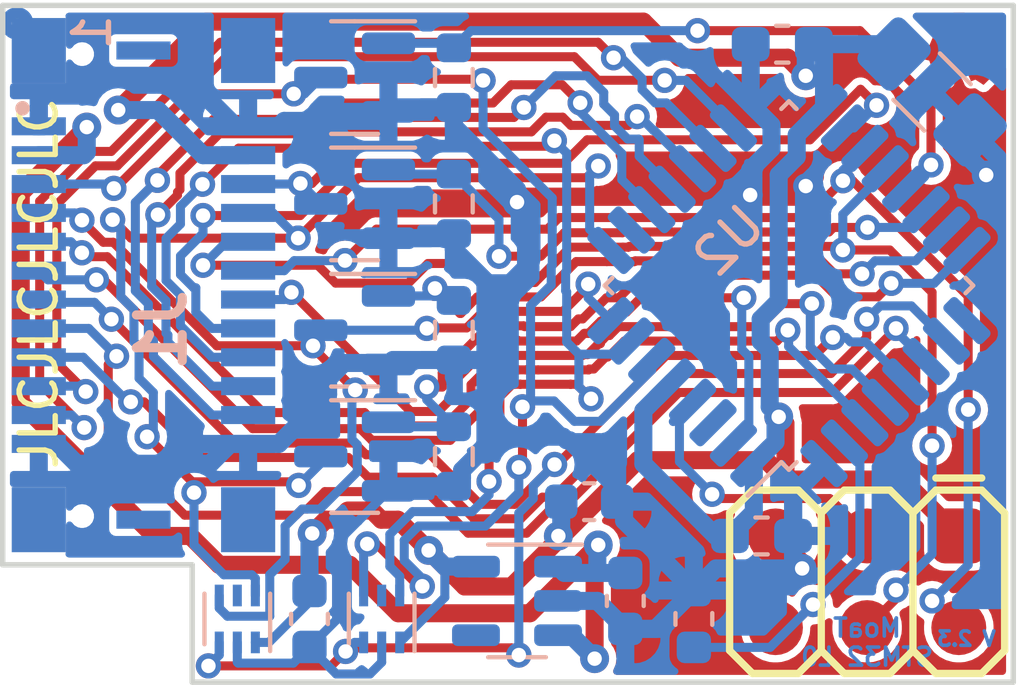
<source format=kicad_pcb>
(kicad_pcb (version 20220225) (generator pcbnew)
  (title_block (comment 4 "AISLER Project ID: HVBUVGTM"))
  (layers (0 "F.Cu" signal) (31 "B.Cu" signal) (34 "B.Paste" user) (35 "F.Paste" user) (36 "B.SilkS" user "B.Silkscreen") (37 "F.SilkS" user "F.Silkscreen") (38 "B.Mask" user) (39 "F.Mask" user) (44 "Edge.Cuts" user))
  (net 0 "")
  (net 1 "GND")
  (net 2 "/Bus1")
  (net 3 "+3V3")
  (net 4 "/T2")
  (net 5 "/T1")
  (net 6 "/EN")
  (net 7 "/1wire")
  (net 8 "/T3")
  (net 9 "/SW2")
  (net 10 "/SW1")
  (net 11 "+5V")
  (net 12 "/SDAx")
  (net 13 "/SCLx")
  (net 14 "/Rx")
  (net 15 "/Boot0")
  (net 16 "/Bus1_out")
  (net 17 "/Bus2")
  (net 18 "/Bus2_out")
  (net 19 "/Bus3")
  (net 20 "/Bus3_out")
  (net 21 "/Tx")
  (net 22 "/T4")
  (net 23 "/SW3")
  (net 25 "/Bus4")
  (net 26 "/SW4")
  (net 29 "/Bus4_out")
  (net 30 "/ena")
  (footprint "localstuff:2X3_PAD" (layer "F.Cu") (at 59.45 60.47 180)
    (fp_text reference "Prog1" hide)
    (fp_text value "PogoPad" hide)
  )
  (footprint "localstuff:OSHW Logo 2mm Cu" (layer "F.Cu") (at 62 45.7)
    (fp_text reference "G***" hide)
    (fp_text value "LOGO" hide)
  )
  (footprint "Capacitor_SMD:C_0603_1608Metric_Pad1.05x0.95mm_HandSolder" (layer "B.Cu") (at 56.525 59.2)
    (fp_text reference "C2" hide)
    (fp_text value "100nF" hide)
  )
  (footprint "localstuff:TE_1775013_plug" (layer "B.Cu") (at 39.4 52.25 90)
    (fp_text reference "J1")
    (fp_text value "Moat_Compute_24" hide)
  )
  (footprint "Resistor_SMD:R_0603_1608Metric" (layer "B.Cu") (at 54.65 61.5 90)
    (fp_text reference "R1" hide)
    (fp_text value "100k" hide)
  )
  (footprint "Capacitor_SMD:C_1206_3216Metric_Pad1.42x1.75mm_HandSolder" (layer "B.Cu") (at 61.25 46.9 -45)
    (fp_text reference "C3" hide)
    (fp_text value "10µF" hide)
  )
  (footprint "Package_QFP:LQFP-32_7x7mm_P0.8mm" (layer "B.Cu") (at 57.283616 52.262043 45)
    (fp_text reference "U2")
    (fp_text value "STM32L051K8Tx" hide)
  )
  (footprint "Capacitor_SMD:C_0603_1608Metric_Pad1.05x0.95mm_HandSolder" (layer "B.Cu") (at 57.1 45.575 180)
    (fp_text reference "C1" hide)
    (fp_text value "100nF")
  )
  (footprint "Capacitor_SMD:C_0603_1608Metric" (layer "B.Cu") (at 44 61.5 -90)
    (fp_text reference "C6" hide)
    (fp_text value "100nF" hide)
  )
  (footprint "Package_TO_SOT_SMD:SOT-23" (layer "B.Cu") (at 45.25 53.5 180)
    (fp_text reference "Q3" hide)
    (fp_text value "2N7002" hide)
  )
  (footprint "Package_TO_SOT_SMD:SOT-23" (layer "B.Cu") (at 45.25 46.5 180)
    (fp_text reference "Q1" hide)
    (fp_text value "2N7002")
  )
  (footprint "Resistor_SMD:R_0603_1608Metric" (layer "B.Cu") (at 48 50 -90)
    (fp_text reference "R3" hide)
    (fp_text value "1M" hide)
  )
  (footprint "Package_TO_SOT_SMD:SOT-23" (layer "B.Cu") (at 45.25 57 180)
    (fp_text reference "Q4" hide)
    (fp_text value "2N7002" hide)
  )
  (footprint "Package_TO_SOT_SMD:SOT-23" (layer "B.Cu") (at 45.25 50 180)
    (fp_text reference "Q2" hide)
    (fp_text value "2N7002" hide)
  )
  (footprint "Package_DFN_QFN:ST_UQFN-6L_1.5x1.7mm_Pitch0.5mm" (layer "B.Cu") (at 42 61.5 90)
    (fp_text reference "U4" hide)
    (fp_text value "LTC4311" hide)
  )
  (footprint "Package_TO_SOT_SMD:SOT-23-5" (layer "B.Cu") (at 49.75 61 180)
    (fp_text reference "U1" hide)
    (fp_text value "MIC5504" hide)
  )
  (footprint "Capacitor_SMD:C_0603_1608Metric" (layer "B.Cu") (at 51.75 58.25)
    (fp_text reference "C5" hide)
    (fp_text value "1µF" hide)
  )
  (footprint "Resistor_SMD:R_0603_1608Metric" (layer "B.Cu") (at 48 46.5 -90)
    (fp_text reference "R2" hide)
    (fp_text value "1M" hide)
  )
  (footprint "Capacitor_SMD:C_0603_1608Metric" (layer "B.Cu") (at 52.75 61 -90)
    (fp_text reference "C4" hide)
    (fp_text value "1µF" hide)
  )
  (footprint "Resistor_SMD:R_0603_1608Metric" (layer "B.Cu") (at 48 53.5 -90)
    (fp_text reference "R4" hide)
    (fp_text value "1M" hide)
  )
  (footprint "Resistor_SMD:R_0603_1608Metric" (layer "B.Cu") (at 48 57 -90)
    (fp_text reference "R5" hide)
    (fp_text value "1M" hide)
  )
  (footprint "Package_DFN_QFN:ST_UQFN-6L_1.5x1.7mm_Pitch0.5mm" (layer "B.Cu") (at 46 61.5 90)
    (fp_text reference "U3" hide)
    (fp_text value "LTC4311" hide)
  )
  (gr_line (start 35.5 44.5) (end 63.5 44.5) (stroke (width 0.15)) (layer "Edge.Cuts"))
  (gr_line (start 63.5 63.25) (end 40.75 63.25) (stroke (width 0.15)) (layer "Edge.Cuts"))
  (gr_line (start 35.5 44.5) (end 35.5 60) (stroke (width 0.15)) (layer "Edge.Cuts"))
  (gr_line (start 40.75 60) (end 35.5 60) (stroke (width 0.15)) (layer "Edge.Cuts"))
  (gr_line (start 63.5 44.5) (end 63.5 63.25) (stroke (width 0.15)) (layer "Edge.Cuts"))
  (gr_line (start 40.75 63.25) (end 40.75 60) (stroke (width 0.15)) (layer "Edge.Cuts"))
  (gr_text "V 2.3" (at 62.2 62.05) (layer "B.Cu") (effects (font (size 0.4 0.4) (thickness 0.1)) (justify mirror)))
  (gr_text "MoaT\nSTM32 L0" (at 59.45 62.15) (layer "B.Cu") (effects (font (size 0.5 0.5) (thickness 0.1)) (justify mirror)))
  (gr_text "JLCJLCJLCJLC\n" (at 36.5 52.2 90) (layer "F.SilkS") (effects (font (size 1 1))))
  (segment (start 57.749768 49.505347) (end 58 49.255115) (width 0.5) (layer "F.Cu") (net 1))
  (segment (start 56.208976 49.754024) (end 56.163797 49.799203) (width 0.5) (layer "F.Cu") (net 1))
  (segment (start 62 49.95) (end 62.75 49.2) (width 0.5) (layer "F.Cu") (net 1))
  (segment (start 57.501091 49.754024) (end 56.208976 49.754024) (width 0.5) (layer "F.Cu") (net 1))
  (segment (start 56.163797 49.799203) (end 49.900797 49.799203) (width 0.5) (layer "F.Cu") (net 1))
  (segment (start 58 49.255115) (end 58 48.95) (width 0.5) (layer "F.Cu") (net 1))
  (segment (start 57.65 60.1) (end 57.65 59.94) (width 0.5) (layer "F.Cu") (net 1))
  (segment (start 59.5 48.5) (end 60.95 49.95) (width 0.5) (layer "F.Cu") (net 1))
  (segment (start 58.45 48.5) (end 59.5 48.5) (width 0.5) (layer "F.Cu") (net 1))
  (segment (start 49.900797 49.799203) (end 49.75 49.95) (width 0.5) (layer "F.Cu") (net 1))
  (segment (start 58 48.95) (end 58.45 48.5) (width 0.5) (layer "F.Cu") (net 1))
  (segment (start 57.749768 49.505347) (end 57.501091 49.754024) (width 0.5) (layer "F.Cu") (net 1))
  (segment (start 57.65 59.94) (end 56.91 59.2) (width 0.5) (layer "F.Cu") (net 1))
  (segment (start 60.95 49.95) (end 62 49.95) (width 0.5) (layer "F.Cu") (net 1))
  (via (at 62.75 49.2) (size 0.8) (drill 0.4) (layers "F.Cu" "B.Cu") (net 1))
  (via (at 57.65 60.1) (size 0.8) (drill 0.4) (layers "F.Cu" "B.Cu") (net 1))
  (via (at 56.208976 49.754024) (size 0.7) (drill 0.4) (layers "F.Cu" "B.Cu") (net 1))
  (via (at 57.749768 49.505347) (size 0.7) (drill 0.4) (layers "F.Cu" "B.Cu") (net 1))
  (via (at 49.75 49.95) (size 0.8) (drill 0.4) (layers "F.Cu" "B.Cu") (net 1))
  (segment (start 49.999501 51.760455) (end 49.560455 52.199501) (width 0.5) (layer "B.Cu") (net 1))
  (segment (start 44.516334 54.846487) (end 44.95538 54.407441) (width 0.5) (layer "B.Cu") (net 1))
  (segment (start 36.5 47.85) (end 36.5 47) (width 0.5) (layer "B.Cu") (net 1))
  (segment (start 56.225 45.575) (end 56.225 47.243629) (width 0.5) (layer "B.Cu") (net 1))
  (segment (start 56.800509 48.466476) (end 56.208976 49.058009) (width 0.5) (layer "B.Cu") (net 1))
  (segment (start 46.1875 47.45) (end 45.9375 47.7) (width 0.5) (layer "B.Cu") (net 1))
  (segment (start 52.716492 58.778992) (end 52.716492 58.166492) (width 0.5) (layer "B.Cu") (net 1))
  (segment (start 44.74952 59.38798) (end 46.1875 57.95) (width 0.25) (layer "B.Cu") (net 1))
  (segment (start 36.5 47) (end 37.7 47) (width 0.5) (layer "B.Cu") (net 1))
  (segment (start 43.35 47.85) (end 42.3 47.85) (width 0.5) (layer "B.Cu") (net 1))
  (segment (start 55.2625 60.1) (end 54.65 60.7125) (width 0.5) (layer "B.Cu") (net 1))
  (segment (start 51.208968 56.549012) (end 51.124062 56.549011) (width 0.5) (layer "B.Cu") (net 1))
  (segment (start 44 62.275) (end 44.74952 61.52548) (width 0.25) (layer "B.Cu") (net 1))
  (segment (start 51.124062 56.549011) (end 51.02555 56.450499) (width 0.5) (layer "B.Cu") (net 1))
  (segment (start 57.4 58.050001) (end 58.255888 57.194113) (width 0.5) (layer "B.Cu") (net 1))
  (segment (start 42.024511 62.724511) (end 43.550489 62.724511) (width 0.25) (layer "B.Cu") (net 1))
  (segment (start 46.1875 54.45) (end 46.3125 54.325) (width 0.5) (layer "B.Cu") (net 1))
  (segment (start 48 51.259956) (end 48 51.009956) (width 0.5) (layer "B.Cu") (net 1))
  (segment (start 42 62.15) (end 42 62.7) (width 0.25) (layer "B.Cu") (net 1))
  (segment (start 48 54.325) (end 48.87404 54.325) (width 0.5) (layer "B.Cu") (net 1))
  (segment (start 48 47.325) (end 48 47.852151) (width 0.5) (layer "B.Cu") (net 1))
  (segment (start 56.311344 47.329973) (end 56.800509 47.819138) (width 0.5) (layer "B.Cu") (net 1))
  (segment (start 49.75 49.602151) (end 49.75 49.95) (width 0.5) (layer "B.Cu") (net 1))
  (segment (start 48.87452 54.32548) (end 48.87452 52.134476) (width 0.5) (layer "B.Cu") (net 1))
  (segment (start 44.741322 63.024501) (end 44 62.283179) (width 0.25) (layer "B.Cu") (net 1))
  (segment (start 62.301821 47.951821) (end 62.301821 48.751821) (width 0.5) (layer "B.Cu") (net 1))
  (segment (start 52.525 57.865044) (end 51.208968 56.549012) (width 0.5) (layer "B.Cu") (net 1))
  (segment (start 46.3125 57.825) (end 46.1875 57.95) (width 0.5) (layer "B.Cu") (net 1))
  (segment (start 40.600978 46.5) (end 41.950978 47.85) (width 0.5) (layer "B.Cu") (net 1))
  (segment (start 62.301821 48.751821) (end 62.75 49.2) (width 0.5) (layer "B.Cu") (net 1))
  (segment (start 49.198541 56.450499) (end 48.87452 56.77452) (width 0.5) (layer "B.Cu") (net 1))
  (segment (start 46.3125 47.325) (end 46.1875 47.45) (width 0.5) (layer "B.Cu") (net 1))
  (segment (start 50.8875 61) (end 51.975 61) (width 0.5) (layer "B.Cu") (net 1))
  (segment (start 56.208976 49.058009) (end 56.208976 49.754024) (width 0.5) (layer "B.Cu") (net 1))
  (segment (start 45.675499 63.024501) (end 44.741322 63.024501) (width 0.25) (layer "B.Cu") (net 1))
  (segment (start 47.875 50.95) (end 48 50.825) (width 0.5) (layer "B.Cu") (net 1))
  (segment (start 51.02555 56.450499) (end 49.198541 56.450499) (width 0.5) (layer "B.Cu") (net 1))
  (segment (start 49.999501 50.199501) (end 49.75 49.95) (width 0.5) (layer "B.Cu") (net 1))
  (segment (start 46 62.7) (end 45.675499 63.024501) (width 0.25) (layer "B.Cu") (net 1))
  (segment (start 45.57629 54.407441) (end 45.618849 54.45) (width 0.5) (layer "B.Cu") (net 1))
  (segment (start 46.1875 50.95) (end 47.875 50.95) (width 0.5) (layer "B.Cu") (net 1))
  (segment (start 45.9375 47.7) (end 43.3 47.7) (width 0.5) (layer "B.Cu") (net 1))
  (segment (start 43.147862 56.65) (end 44.516334 55.281528) (width 0.5) (layer "B.Cu") (net 1))
  (segment (start 48.226058 57.598942) (end 48.226058 57.380928) (width 0.5) (layer "B.Cu") (net 1))
  (segment (start 44.516334 55.281528) (end 44.516334 54.846487) (width 0.5) (layer "B.Cu") (net 1))
  (segment (start 42 62.7) (end 42.024511 62.724511) (width 0.25) (layer "B.Cu") (net 1))
  (segment (start 48.226058 57.380928) (end 48.665104 56.941882) (width 0.5) (layer "B.Cu") (net 1))
  (segment (start 52.75 61.775) (end 53.5875 61.775) (width 0.5) (layer "B.Cu") (net 1))
  (segment (start 52.525 58.25) (end 52.525 57.865044) (width 0.5) (layer "B.Cu") (net 1))
  (segment (start 57.65 60.1) (end 55.2625 60.1) (width 0.5) (layer "B.Cu") (net 1))
  (segment (start 49.999501 51.760455) (end 49.999501 50.199501) (width 0.5) (layer "B.Cu") (net 1))
  (segment (start 48 51.009956) (end 48 50.825) (width 0.5) (layer "B.Cu") (net 1))
  (segment (start 54.65 60.7125) (end 52.716492 58.778992) (width 0.5) (layer "B.Cu") (net 1))
  (segment (start 44.95538 54.407441) (end 45.57629 54.407441) (width 0.5) (layer "B.Cu") (net 1))
  (segment (start 51.975 61) (end 52.75 61.775) (width 0.5) (layer "B.Cu") (net 1))
  (segment (start 56.800509 47.819138) (end 56.800509 48.466476) (width 0.5) (layer "B.Cu") (net 1))
  (segment (start 48.87404 54.325) (end 48.87452 54.32548) (width 0.5) (layer "B.Cu") (net 1))
  (segment (start 48 47.852151) (end 49.75 49.602151) (width 0.5) (layer "B.Cu") (net 1))
  (segment (start 49.560455 52.199501) (end 48.939545 52.199501) (width 0.5) (layer "B.Cu") (net 1))
  (segment (start 43.550489 62.724511) (end 44 62.275) (width 0.25) (layer "B.Cu") (net 1))
  (segment (start 48.87452 52.134476) (end 48 51.259956) (width 0.5) (layer "B.Cu") (net 1))
  (segment (start 46 62.15) (end 46 62.7) (width 0.25) (layer "B.Cu") (net 1))
  (segment (start 48.939545 52.199501) (end 48 51.259956) (width 0.5) (layer "B.Cu") (net 1))
  (segment (start 48 57.825) (end 46.3125 57.825) (width 0.5) (layer "B.Cu") (net 1))
  (segment (start 48 57.825) (end 48.226058 57.598942) (width 0.5) (layer "B.Cu") (net 1))
  (segment (start 44.74952 61.52548) (end 44.74952 59.38798) (width 0.25) (layer "B.Cu") (net 1))
  (segment (start 43.3 47.7) (end 43.15 47.85) (width 0.5) (layer "B.Cu") (net 1))
  (segment (start 56.225 47.243629) (end 56.311344 47.329973) (width 0.5) (layer "B.Cu") (net 1))
  (segment (start 42.3 56.65) (end 43.147862 56.65) (width 0.5) (layer "B.Cu") (net 1))
  (segment (start 37.55 57.2) (end 41.25 57.2) (width 0.5) (layer "B.Cu") (net 1))
  (segment (start 37 56.65) (end 37.55 57.2) (width 0.5) (layer "B.Cu") (net 1))
  (segment (start 41.25 57.2) (end 41.8 56.65) (width 0.5) (layer "B.Cu") (net 1))
  (segment (start 37.7 47) (end 38.2 46.5) (width 0.5) (layer "B.Cu") (net 1))
  (segment (start 38.2 46.5) (end 40.600978 46.5) (width 0.5) (layer "B.Cu") (net 1))
  (segment (start 48.87452 56.941882) (end 48.87452 54.32548) (width 0.5) (layer "B.Cu") (net 1))
  (segment (start 46.3125 54.325) (end 48 54.325) (width 0.5) (layer "B.Cu") (net 1))
  (segment (start 53.5875 61.775) (end 54.65 60.7125) (width 0.5) (layer "B.Cu") (net 1))
  (segment (start 57.4 59.85) (end 57.65 60.1) (width 0.5) (layer "B.Cu") (net 1))
  (segment (start 57.4 59.2) (end 57.4 58.050001) (width 0.5) (layer "B.Cu") (net 1))
  (segment (start 45.618849 54.45) (end 46.1875 54.45) (width 0.5) (layer "B.Cu") (net 1))
  (segment (start 48 47.325) (end 46.3125 47.325) (width 0.5) (layer "B.Cu") (net 1))
  (segment (start 44 62.283179) (end 44 62.275) (width 0.25) (layer "B.Cu") (net 1))
  (segment (start 57.4 59.2) (end 57.4 59.85) (width 0.5) (layer "B.Cu") (net 1))
  (segment (start 41.950978 47.85) (end 42.3 47.85) (width 0.5) (layer "B.Cu") (net 1))
  (segment (start 48.665104 56.941882) (end 48.87452 56.941882) (width 0.5) (layer "B.Cu") (net 1))
  (segment (start 49.901978 57.198022) (end 49.901978 55.622552) (width 0.25) (layer "F.Cu") (net 2))
  (segment (start 45.854866 59.421699) (end 45.598979 59.421699) (width 0.25) (layer "F.Cu") (net 2))
  (segment (start 38.613967 49.56991) (end 38.579538 49.56991) (width 0.25) (layer "F.Cu") (net 2))
  (segment (start 43.967584 46.546633) (end 48.775878 46.546633) (width 0.25) (layer "F.Cu") (net 2))
  (segment (start 48.775878 46.546633) (end 48.809347 46.580102) (width 0.25) (layer "F.Cu") (net 2))
  (segment (start 43.563717 46.9505) (end 43.967584 46.546633) (width 0.25) (layer "F.Cu") (net 2))
  (segment (start 47.1255 60.592167) (end 47.025334 60.592167) (width 0.25) (layer "F.Cu") (net 2))
  (segment (start 43.563717 46.9505) (end 41.233377 46.9505) (width 0.25) (layer "F.Cu") (net 2))
  (segment (start 47.025334 60.592167) (end 45.854866 59.421699) (width 0.25) (layer "F.Cu") (net 2))
  (segment (start 49.8 57.3) (end 49.901978 57.198022) (width 0.25) (layer "F.Cu") (net 2))
  (segment (start 41.233377 46.9505) (end 38.613967 49.56991) (width 0.25) (layer "F.Cu") (net 2))
  (via (at 49.901978 55.622552) (size 0.7) (drill 0.4) (layers "F.Cu" "B.Cu") (net 2))
  (via (at 38.579538 49.56991) (size 0.7) (drill 0.4) (layers "F.Cu" "B.Cu") (net 2))
  (via (at 49.8 57.3) (size 0.7) (drill 0.4) (layers "F.Cu" "B.Cu") (net 2))
  (via (at 43.563717 46.9505) (size 0.7) (drill 0.4) (layers "F.Cu" "B.Cu") (net 2))
  (via (at 48.809347 46.580102) (size 0.7) (drill 0.4) (layers "F.Cu" "B.Cu") (net 2))
  (via (at 47.1255 60.592167) (size 0.7) (drill 0.4) (layers "F.Cu" "B.Cu") (net 2))
  (via (at 45.598979 59.421699) (size 0.7) (drill 0.4) (layers "F.Cu" "B.Cu") (net 2))
  (segment (start 50.775499 55.458678) (end 50.125499 55.458678) (width 0.25) (layer "B.Cu") (net 2))
  (segment (start 52.058678 56.024501) (end 51.341322 56.024501) (width 0.25) (layer "B.Cu") (net 2))
  (segment (start 49.8 57.3) (end 49.8 58) (width 0.25) (layer "B.Cu") (net 2))
  (segment (start 53.482917 54.600262) (end 52.058678 56.024501) (width 0.25) (layer "B.Cu") (net 2))
  (segment (start 53.482917 54.365686) (end 53.482917 54.600262) (width 0.25) (layer "B.Cu") (net 2))
  (segment (start 47.020611 58.925499) (end 46.625499 59.320611) (width 0.25) (layer "B.Cu") (net 2))
  (segment (start 49.8 58) (end 48.874501 58.925499) (width 0.25) (layer "B.Cu") (net 2))
  (segment (start 50.125499 55.458678) (end 50.065852 55.458678) (width 0.25) (layer "B.Cu") (net 2))
  (segment (start 48.874501 58.925499) (end 47.020611 58.925499) (width 0.25) (layer "B.Cu") (net 2))
  (segment (start 51.341322 56.024501) (end 50.775499 55.458678) (width 0.25) (layer "B.Cu") (net 2))
  (segment (start 50.125499 52.815759) (end 50.697727 52.243531) (width 0.25) (layer "B.Cu") (net 2))
  (segment (start 43.862 46.9505) (end 43.563717 46.9505) (width 0.25) (layer "B.Cu") (net 2))
  (segment (start 50.697727 52.243531) (end 50.697727 51.726175) (width 0.25) (layer "B.Cu") (net 2))
  (segment (start 44.3125 46.5) (end 43.862 46.9505) (width 0.25) (layer "B.Cu") (net 2))
  (segment (start 47.1255 60.37939) (end 47.1255 60.592167) (width 0.25) (layer "B.Cu") (net 2))
  (segment (start 50.725989 49.83637) (end 48.809347 47.919728) (width 0.25) (layer "B.Cu") (net 2))
  (segment (start 48.809347 47.919728) (end 48.809347 46.580102) (width 0.25) (layer "B.Cu") (net 2))
  (segment (start 46.625499 59.879389) (end 47.1255 60.37939) (width 0.25) (layer "B.Cu") (net 2))
  (segment (start 45.5 59.520678) (end 45.598979 59.421699) (width 0.25) (layer "B.Cu") (net 2))
  (segment (start 50.697727 51.726175) (end 50.725988 51.697915) (width 0.25) (layer "B.Cu") (net 2))
  (segment (start 50.065852 55.458678) (end 49.901978 55.622552) (width 0.25) (layer "B.Cu") (net 2))
  (segment (start 50.725988 51.697915) (end 50.725989 49.83637) (width 0.25) (layer "B.Cu") (net 2))
  (segment (start 38.459628 49.45) (end 38.579538 49.56991) (width 0.25) (layer "B.Cu") (net 2))
  (segment (start 36.5 49.45) (end 38.459628 49.45) (width 0.25) (layer "B.Cu") (net 2))
  (segment (start 50.125499 55.458678) (end 50.125499 52.815759) (width 0.25) (layer "B.Cu") (net 2))
  (segment (start 46.625499 59.320611) (end 46.625499 59.879389) (width 0.25) (layer "B.Cu") (net 2))
  (segment (start 45.5 60.85) (end 45.5 59.520678) (width 0.25) (layer "B.Cu") (net 2))
  (segment (start 45.732626 58.496055) (end 45.732573 58.496002) (width 0.5) (layer "F.Cu") (net 3))
  (segment (start 60.427978 57.637978) (end 57.187978 57.637978) (width 0.5) (layer "F.Cu") (net 3))
  (segment (start 47.3 59.6) (end 46.450499 58.750499) (width 0.5) (layer "F.Cu") (net 3))
  (segment (start 45.106666 58.500999) (end 45.055026 58.500999) (width 0.5) (layer "F.Cu") (net 3))
  (segment (start 56.65 57.1) (end 53.099973 57.1) (width 0.5) (layer "F.Cu") (net 3))
  (segment (start 44.45451 58.750499) (end 44.07502 59.129989) (width 0.5) (layer "F.Cu") (net 3))
  (segment (start 61.99 59.2) (end 60.427978 57.637978) (width 0.5) (layer "F.Cu") (net 3))
  (segment (start 53.25 44.95) (end 41.15 44.95) (width 0.5) (layer "F.Cu") (net 3))
  (segment (start 48.3 60.6) (end 47.3 59.6) (width 0.5) (layer "F.Cu") (net 3))
  (segment (start 54.25 45.95) (end 53.25 44.95) (width 0.5) (layer "F.Cu") (net 3))
  (segment (start 53.099973 57.1) (end 49.599973 60.6) (width 0.5) (layer "F.Cu") (net 3))
  (segment (start 41.15 44.95) (end 38.7 47.4) (width 0.5) (layer "F.Cu") (net 3))
  (segment (start 57.75 46.45) (end 57.25 45.95) (width 0.5) (layer "F.Cu") (net 3))
  (segment (start 49.599973 60.6) (end 48.3 60.6) (width 0.5) (layer "F.Cu") (net 3))
  (segment (start 44.805526 58.750499) (end 44.45451 58.750499) (width 0.5) (layer "F.Cu") (net 3))
  (segment (start 57.187978 57.637978) (end 57.187978 56.087978) (width 0.5) (layer "F.Cu") (net 3))
  (segment (start 46.450499 58.750499) (end 45.987736 58.750499) (width 0.5) (layer "F.Cu") (net 3))
  (segment (start 45.111663 58.496002) (end 45.106666 58.500999) (width 0.5) (layer "F.Cu") (net 3))
  (segment (start 45.733292 58.496055) (end 45.732626 58.496055) (width 0.5) (layer "F.Cu") (net 3))
  (segment (start 45.987736 58.750499) (end 45.733292 58.496055) (width 0.5) (layer "F.Cu") (net 3))
  (segment (start 57.187978 57.637978) (end 56.65 57.1) (width 0.5) (layer "F.Cu") (net 3))
  (segment (start 45.055026 58.500999) (end 44.805526 58.750499) (width 0.5) (layer "F.Cu") (net 3))
  (segment (start 57.187978 56.087978) (end 57 55.9) (width 0.5) (layer "F.Cu") (net 3))
  (segment (start 45.732573 58.496002) (end 45.111663 58.496002) (width 0.5) (layer "F.Cu") (net 3))
  (segment (start 57.25 45.95) (end 54.25 45.95) (width 0.5) (layer "F.Cu") (net 3))
  (via (at 57 55.9) (size 0.8) (drill 0.4) (layers "F.Cu" "B.Cu") (net 3))
  (via (at 57.75 46.45) (size 0.8) (drill 0.4) (layers "F.Cu" "B.Cu") (net 3))
  (via (at 38.7 47.4) (size 0.8) (drill 0.4) (layers "F.Cu" "B.Cu") (net 3))
  (via (at 44.07502 59.129989) (size 0.8) (drill 0.4) (layers "F.Cu" "B.Cu") (net 3))
  (via (at 50.894971 59.2005) (size 0.8) (drill 0.4) (layers "F.Cu" "B.Cu") (net 3))
  (via (at 47.3 59.6) (size 0.8) (drill 0.4) (layers "F.Cu" "B.Cu") (net 3))
  (segment (start 56.751498 54.06181) (end 56.501498 53.81181) (width 0.5) (layer "B.Cu") (net 3))
  (segment (start 44 60.725) (end 44 59.205009) (width 0.5) (layer "B.Cu") (net 3))
  (segment (start 56.501498 53.1909) (end 57.000267 52.692131) (width 0.5) (layer "B.Cu") (net 3))
  (segment (start 42.875 62.15) (end 44 61.025) (width 0.25) (layer "B.Cu") (net 3))
  (segment (start 50.975 59.120471) (end 50.894971 59.2005) (width 0.5) (layer "B.Cu") (net 3))
  (segment (start 41.05 48.65) (end 39.8 47.4) (width 0.5) (layer "B.Cu") (net 3))
  (segment (start 59.925 45.575) (end 60.198179 45.848179) (width 0.5) (layer "B.Cu") (net 3))
  (segment (start 44 59.205009) (end 44.07502 59.129989) (width 0.5) (layer "B.Cu") (net 3))
  (segment (start 56.501498 53.81181) (end 56.501498 53.1909) (width 0.5) (layer "B.Cu") (net 3))
  (segment (start 53.25 57.2) (end 53.25 55.729973) (width 0.5) (layer "B.Cu") (net 3))
  (segment (start 58.255888 45.855888) (end 57.975 45.575) (width 0.5) (layer "B.Cu") (net 3))
  (segment (start 56.311344 57.194113) (end 56.912383 56.593074) (width 0.5) (layer "B.Cu") (net 3))
  (segment (start 47.75 60.05) (end 47.3 59.6) (width 0.5) (layer "B.Cu") (net 3))
  (segment (start 56.311344 57.194113) (end 56.311344 58.538656) (width 0.5) (layer "B.Cu") (net 3))
  (segment (start 57.5 48.085861) (end 57.5 48.695159) (width 0.5) (layer "B.Cu") (net 3))
  (segment (start 53.25 55.729973) (end 54.048602 54.931371) (width 0.5) (layer "B.Cu") (net 3))
  (segment (start 56.912383 56.593074) (end 56.912383 55.787617) (width 0.5) (layer "B.Cu") (net 3))
  (segment (start 50.975 58.25) (end 50.975 59.120471) (width 0.5) (layer "B.Cu") (net 3))
  (segment (start 56.311344 58.538656) (end 55.65 59.2) (width 0.5) (layer "B.Cu") (net 3))
  (segment (start 56.912383 55.787617) (end 56.751498 55.626732) (width 0.5) (layer "B.Cu") (net 3))
  (segment (start 56.751498 55.626732) (end 56.751498 54.06181) (width 0.5) (layer "B.Cu") (net 3))
  (segment (start 46.5 62.15) (end 47.75 60.9) (width 0.25) (layer "B.Cu") (net 3))
  (segment (start 58.255888 47.329973) (end 58.255888 45.855888) (width 0.5) (layer "B.Cu") (net 3))
  (segment (start 42.5 62.15) (end 42.875 62.15) (width 0.25) (layer "B.Cu") (net 3))
  (segment (start 48.6125 60.05) (end 47.75 60.05) (width 0.5) (layer "B.Cu") (net 3))
  (segment (start 57.5 48.695159) (end 57.000267 49.194892) (width 0.5) (layer "B.Cu") (net 3))
  (segment (start 56.912383 55.787617) (end 57 55.875234) (width 0.5) (layer "B.Cu") (net 3))
  (segment (start 44 61.025) (end 44 60.725) (width 0.25) (layer "B.Cu") (net 3))
  (segment (start 57.000267 52.692131) (end 57.000267 51.889777) (width 0.5) (layer "B.Cu") (net 3))
  (segment (start 57.75 45.8) (end 57.975 45.575) (width 0.5) (layer "B.Cu") (net 3))
  (segment (start 57.975 45.575) (end 59.925 45.575) (width 0.5) (layer "B.Cu") (net 3))
  (segment (start 58.255888 47.329973) (end 57.5 48.085861) (width 0.5) (layer "B.Cu") (net 3))
  (segment (start 55.65 59.2) (end 55.25 59.2) (width 0.5) (layer "B.Cu") (net 3))
  (segment (start 57 55.875234) (end 57 55.9) (width 0.5) (layer "B.Cu") (net 3))
  (segment (start 57.75 46.45) (end 57.75 45.8) (width 0.5) (layer "B.Cu") (net 3))
  (segment (start 42.3 48.65) (end 41.05 48.65) (width 0.5) (layer "B.Cu") (net 3))
  (segment (start 47.75 60.9) (end 47.75 60.05) (width 0.25) (layer "B.Cu") (net 3))
  (segment (start 55.25 59.2) (end 53.25 57.2) (width 0.5) (layer "B.Cu") (net 3))
  (segment (start 57.000267 49.194892) (end 57.000267 51.889777) (width 0.5) (layer "B.Cu") (net 3))
  (segment (start 39.8 47.4) (end 38.7 47.4) (width 0.5) (layer "B.Cu") (net 3))
  (segment (start 44.766897 47.604113) (end 44.313595 48.057415) (width 0.25) (layer "F.Cu") (net 4))
  (segment (start 49.93965 47.328997) (end 49.664534 47.604113) (width 0.25) (layer "F.Cu") (net 4))
  (segment (start 49.664534 47.604113) (end 44.766897 47.604113) (width 0.25) (layer "F.Cu") (net 4))
  (segment (start 40.342698 49.674435) (end 40.342698 49.757302) (width 0.25) (layer "F.Cu") (net 4))
  (segment (start 41.502561 48.057415) (end 40.410867 49.149109) (width 0.25) (layer "F.Cu") (net 4))
  (segment (start 40.342698 49.757302) (end 39.8 50.3) (width 0.25) (layer "F.Cu") (net 4))
  (segment (start 44.313595 48.057415) (end 41.502561 48.057415) (width 0.25) (layer "F.Cu") (net 4))
  (segment (start 40.410867 49.149109) (end 40.410867 49.606266) (width 0.25) (layer "F.Cu") (net 4))
  (segment (start 40.410867 49.606266) (end 40.342698 49.674435) (width 0.25) (layer "F.Cu") (net 4))
  (via (at 39.8 50.3) (size 0.7) (drill 0.4) (layers "F.Cu" "B.Cu") (net 4))
  (via (at 49.93965 47.328997) (size 0.7) (drill 0.4) (layers "F.Cu" "B.Cu") (net 4))
  (segment (start 53.135801 48.679914) (end 53.135801 48.219049) (width 0.25) (layer "B.Cu") (net 4))
  (segment (start 39.626977 50.473023) (end 39.8 50.3) (width 0.25) (layer "B.Cu") (net 4))
  (segment (start 52.818222 48.205103) (end 52.452399 47.83928) (width 0.25) (layer "B.Cu") (net 4))
  (segment (start 52.452399 47.83928) (end 52.452399 47.535647) (width 0.25) (layer "B.Cu") (net 4))
  (segment (start 51.689727 46.45) (end 50.818647 46.45) (width 0.25) (layer "B.Cu") (net 4))
  (segment (start 40.024011 52.686679) (end 39.626977 52.289643) (width 0.25) (layer "B.Cu") (net 4))
  (segment (start 52.152776 46.913049) (end 51.689727 46.45) (width 0.25) (layer "B.Cu") (net 4))
  (segment (start 41.3 55.05) (end 40.077266 53.827266) (width 0.25) (layer "B.Cu") (net 4))
  (segment (start 54.048602 49.592715) (end 53.135801 48.679914) (width 0.25) (layer "B.Cu") (net 4))
  (segment (start 42.3 55.05) (end 41.3 55.05) (width 0.25) (layer "B.Cu") (net 4))
  (segment (start 52.152776 47.236024) (end 52.152776 46.913049) (width 0.25) (layer "B.Cu") (net 4))
  (segment (start 40.024011 53.577666) (end 40.024011 52.686679) (width 0.25) (layer "B.Cu") (net 4))
  (segment (start 50.818647 46.45) (end 49.93965 47.328997) (width 0.25) (layer "B.Cu") (net 4))
  (segment (start 40.077265 53.63092) (end 40.024011 53.577666) (width 0.25) (layer "B.Cu") (net 4))
  (segment (start 52.452399 47.535647) (end 52.152776 47.236024) (width 0.25) (layer "B.Cu") (net 4))
  (segment (start 39.626977 52.289643) (end 39.626977 50.473023) (width 0.25) (layer "B.Cu") (net 4))
  (segment (start 40.077266 53.827266) (end 40.077265 53.63092) (width 0.25) (layer "B.Cu") (net 4))
  (segment (start 53.121855 48.205103) (end 52.818222 48.205103) (width 0.25) (layer "B.Cu") (net 4))
  (segment (start 53.135801 48.219049) (end 53.121855 48.205103) (width 0.25) (layer "B.Cu") (net 4))
  (segment (start 39.866525 49.128455) (end 39.811993 49.128454) (width 0.25) (layer "F.Cu") (net 5))
  (segment (start 51.499999 47.200001) (end 50.999998 46.7) (width 0.25) (layer "F.Cu") (net 5))
  (segment (start 50.999998 46.7) (end 49.58814 46.7) (width 0.25) (layer "F.Cu") (net 5))
  (segment (start 39.811993 49.128454) (end 39.786366 49.154081) (width 0.25) (layer "F.Cu") (net 5))
  (segment (start 49.58814 46.7) (end 49.083537 47.204603) (width 0.25) (layer "F.Cu") (net 5))
  (segment (start 41.337077 47.657905) (end 39.866525 49.128455) (width 0.25) (layer "F.Cu") (net 5))
  (segment (start 44.283229 47.204603) (end 43.829928 47.657904) (width 0.25) (layer "F.Cu") (net 5))
  (segment (start 39.786366 49.154081) (end 39.786366 49.347588) (width 0.25) (layer "F.Cu") (net 5))
  (segment (start 43.829928 47.657904) (end 41.337077 47.657905) (width 0.25) (layer "F.Cu") (net 5))
  (segment (start 49.083537 47.204603) (end 44.283229 47.204603) (width 0.25) (layer "F.Cu") (net 5))
  (via (at 51.499999 47.200001) (size 0.7) (drill 0.4) (layers "F.Cu" "B.Cu") (net 5))
  (via (at 39.786366 49.347588) (size 0.7) (drill 0.4) (layers "F.Cu" "B.Cu") (net 5))
  (segment (start 51.499999 47.451874) (end 51.499999 47.200001) (width 0.25) (layer "B.Cu") (net 5))
  (segment (start 53.482917 50.1584) (end 52.652738 49.328221) (width 0.25) (layer "B.Cu") (net 5))
  (segment (start 52.652738 48.604613) (end 51.499999 47.451874) (width 0.25) (layer "B.Cu") (net 5))
  (segment (start 39.175499 52.41097) (end 39.175499 49.958455) (width 0.25) (layer "B.Cu") (net 5))
  (segment (start 39.677755 53.796404) (end 39.535724 53.654373) (width 0.25) (layer "B.Cu") (net 5))
  (segment (start 39.677756 54.227756) (end 39.677755 53.796404) (width 0.25) (layer "B.Cu") (net 5))
  (segment (start 39.535724 52.771195) (end 39.175499 52.41097) (width 0.25) (layer "B.Cu") (net 5))
  (segment (start 39.535724 53.654373) (end 39.535724 52.771195) (width 0.25) (layer "B.Cu") (net 5))
  (segment (start 39.175499 49.958455) (end 39.786366 49.347588) (width 0.25) (layer "B.Cu") (net 5))
  (segment (start 41.3 55.85) (end 39.677756 54.227756) (width 0.25) (layer "B.Cu") (net 5))
  (segment (start 52.652738 49.328221) (end 52.652738 48.604613) (width 0.25) (layer "B.Cu") (net 5))
  (segment (start 42.3 55.85) (end 41.3 55.85) (width 0.25) (layer "B.Cu") (net 5))
  (segment (start 58.413489 58.163489) (end 55.273443 58.163489) (width 0.25) (layer "F.Cu") (net 6))
  (segment (start 59.45 59.2) (end 58.413489 58.163489) (width 0.25) (layer "F.Cu") (net 6))
  (segment (start 55.273443 58.163489) (end 55.154977 58.045023) (width 0.25) (layer "F.Cu") (net 6))
  (via (at 55.154977 58.045023) (size 0.7) (drill 0.4) (layers "F.Cu" "B.Cu") (net 6))
  (segment (start 54.080127 56.031218) (end 54.614288 55.497057) (width 0.25) (layer "B.Cu") (net 6))
  (segment (start 54.250125 55.86122) (end 54.250125 57.140171) (width 0.25) (layer "B.Cu") (net 6))
  (segment (start 54.250125 57.140171) (end 55.154977 58.045023) (width 0.25) (layer "B.Cu") (net 6))
  (segment (start 49.791272 53.799511) (end 50.122238 53.79951) (width 0.25) (layer "F.Cu") (net 7))
  (segment (start 48.076966 55.243046) (end 48.076967 54.844871) (width 0.25) (layer "F.Cu") (net 7))
  (segment (start 51.612968 53.58657) (end 51.663723 53.58657) (width 0.25) (layer "F.Cu") (net 7))
  (segment (start 50.334727 53.799511) (end 51.400029 53.79951) (width 0.25) (layer "F.Cu") (net 7))
  (segment (start 52.391476 53.001468) (end 52.779883 53.001468) (width 0.25) (layer "F.Cu") (net 7))
  (segment (start 47.568546 55.751466) (end 48.076966 55.243046) (width 0.25) (layer "F.Cu") (net 7))
  (segment (start 48.076967 54.844871) (end 48.076969 54.84487) (width 0.25) (layer "F.Cu") (net 7))
  (segment (start 52.779883 53.001468) (end 53.180282 52.601069) (width 0.25) (layer "F.Cu") (net 7))
  (segment (start 51.733438 53.586572) (end 51.733442 53.58657) (width 0.25) (layer "F.Cu") (net 7))
  (segment (start 50.122238 53.79951) (end 50.334727 53.799511) (width 0.25) (layer "F.Cu") (net 7))
  (segment (start 48.076969 54.84487) (end 48.310996 54.610843) (width 0.25) (layer "F.Cu") (net 7))
  (segment (start 46.801466 55.751466) (end 47.568546 55.751466) (width 0.25) (layer "F.Cu") (net 7))
  (segment (start 48.310996 54.610843) (end 49.144875 53.776967) (width 0.25) (layer "F.Cu") (net 7))
  (segment (start 49.768727 53.776967) (end 49.791272 53.799511) (width 0.25) (layer "F.Cu") (net 7))
  (segment (start 51.400029 53.79951) (end 51.612968 53.58657) (width 0.25) (layer "F.Cu") (net 7))
  (segment (start 51.733442 53.58657) (end 52.072968 53.247045) (width 0.25) (layer "F.Cu") (net 7))
  (segment (start 52.1459 53.247044) (end 52.391476 53.001468) (width 0.25) (layer "F.Cu") (net 7))
  (segment (start 51.663723 53.58657) (end 51.733438 53.586572) (width 0.25) (layer "F.Cu") (net 7))
  (segment (start 43.5 52.45) (end 46.801466 55.751466) (width 0.25) (layer "F.Cu") (net 7))
  (segment (start 49.144875 53.776967) (end 49.768727 53.776967) (width 0.25) (layer "F.Cu") (net 7))
  (segment (start 53.180282 52.601069) (end 56.031375 52.601069) (width 0.25) (layer "F.Cu") (net 7))
  (segment (start 52.072968 53.247045) (end 52.1459 53.247044) (width 0.25) (layer "F.Cu") (net 7))
  (via (at 56.031375 52.601069) (size 0.7) (drill 0.4) (layers "F.Cu" "B.Cu") (net 7))
  (via (at 43.5 52.45) (size 0.7) (drill 0.4) (layers "F.Cu" "B.Cu") (net 7))
  (segment (start 56.172979 54.225061) (end 55.976987 54.029069) (width 0.25) (layer "B.Cu") (net 7))
  (segment (start 43.3 52.65) (end 43.5 52.45) (width 0.25) (layer "B.Cu") (net 7))
  (segment (start 56.172979 56.201107) (end 56.172979 54.225061) (width 0.25) (layer "B.Cu") (net 7))
  (segment (start 42.3 52.65) (end 43.3 52.65) (width 0.25) (layer "B.Cu") (net 7))
  (segment (start 55.976987 54.029069) (end 55.976987 52.655457) (width 0.25) (layer "B.Cu") (net 7))
  (segment (start 55.745659 56.628427) (end 56.172979 56.201107) (width 0.25) (layer "B.Cu") (net 7))
  (segment (start 55.976987 52.655457) (end 56.031375 52.601069) (width 0.25) (layer "B.Cu") (net 7))
  (segment (start 44.479076 48.456926) (end 42.033693 48.456926) (width 0.25) (layer "F.Cu") (net 8))
  (segment (start 42.033693 48.456926) (end 41.035367 49.455252) (width 0.25) (layer "F.Cu") (net 8))
  (segment (start 51.014724 47.597905) (end 50.55392 47.597905) (width 0.25) (layer "F.Cu") (net 8))
  (segment (start 53.0769 47.580602) (end 52.833001 47.824501) (width 0.25) (layer "F.Cu") (net 8))
  (segment (start 44.932379 48.003624) (end 44.479076 48.456926) (width 0.25) (layer "F.Cu") (net 8))
  (segment (start 50.148201 48.003624) (end 44.932379 48.003624) (width 0.25) (layer "F.Cu") (net 8))
  (segment (start 52.833001 47.824501) (end 51.24132 47.824501) (width 0.25) (layer "F.Cu") (net 8))
  (segment (start 50.55392 47.597905) (end 50.148201 48.003624) (width 0.25) (layer "F.Cu") (net 8))
  (segment (start 51.24132 47.824501) (end 51.014724 47.597905) (width 0.25) (layer "F.Cu") (net 8))
  (via (at 41.035367 49.455252) (size 0.7) (drill 0.4) (layers "F.Cu" "B.Cu") (net 8))
  (via (at 53.0769 47.580602) (size 0.7) (drill 0.4) (layers "F.Cu" "B.Cu") (net 8))
  (segment (start 40.424501 50.066118) (end 41.035367 49.455252) (width 0.25) (layer "B.Cu") (net 8))
  (segment (start 40.423521 52.521196) (end 40.026487 52.124162) (width 0.25) (layer "B.Cu") (net 8))
  (segment (start 41.3 54.25) (end 40.423521 53.373521) (width 0.25) (layer "B.Cu") (net 8))
  (segment (start 40.423521 53.373521) (end 40.423521 52.521196) (width 0.25) (layer "B.Cu") (net 8))
  (segment (start 40.424501 50.558678) (end 40.424501 50.066118) (width 0.25) (layer "B.Cu") (net 8))
  (segment (start 40.026487 50.956692) (end 40.424501 50.558678) (width 0.25) (layer "B.Cu") (net 8))
  (segment (start 53.534125 47.966851) (end 53.147876 47.580602) (width 0.25) (layer "B.Cu") (net 8))
  (segment (start 54.614288 49.027029) (end 53.55411 47.966851) (width 0.25) (layer "B.Cu") (net 8))
  (segment (start 40.026487 52.124162) (end 40.026487 50.956692) (width 0.25) (layer "B.Cu") (net 8))
  (segment (start 42.3 54.25) (end 41.3 54.25) (width 0.25) (layer "B.Cu") (net 8))
  (segment (start 53.55411 47.966851) (end 53.534125 47.966851) (width 0.25) (layer "B.Cu") (net 8))
  (segment (start 53.147876 47.580602) (end 53.0769 47.580602) (width 0.25) (layer "B.Cu") (net 8))
  (segment (start 37 54.4) (end 37.8 55.2) (width 0.25) (layer "F.Cu") (net 9))
  (segment (start 38.069584 48.94541) (end 37 50.014994) (width 0.25) (layer "F.Cu") (net 9))
  (segment (start 53.837155 46.574501) (end 51.991322 46.574501) (width 0.25) (layer "F.Cu") (net 9))
  (segment (start 51.991322 46.574501) (end 51.338955 45.922134) (width 0.25) (layer "F.Cu") (net 9))
  (segment (start 38.673474 48.94541) (end 38.069584 48.94541) (width 0.25) (layer "F.Cu") (net 9))
  (segment (start 37 50.014994) (end 37 54.4) (width 0.25) (layer "F.Cu") (net 9))
  (segment (start 51.338955 45.922134) (end 41.69675 45.922134) (width 0.25) (layer "F.Cu") (net 9))
  (segment (start 41.69675 45.922134) (end 38.673474 48.94541) (width 0.25) (layer "F.Cu") (net 9))
  (segment (start 53.840204 46.57755) (end 53.837155 46.574501) (width 0.25) (layer "F.Cu") (net 9))
  (via (at 53.840204 46.57755) (size 0.7) (drill 0.4) (layers "F.Cu" "B.Cu") (net 9))
  (via (at 37.8 55.2) (size 0.7) (drill 0.4) (layers "F.Cu" "B.Cu") (net 9))
  (segment (start 36.5 55.05) (end 37.65 55.05) (width 0.25) (layer "B.Cu") (net 9))
  (segment (start 54.42755 46.57755) (end 53.840204 46.57755) (width 0.25) (layer "B.Cu") (net 9))
  (segment (start 55.745659 47.895659) (end 54.42755 46.57755) (width 0.25) (layer "B.Cu") (net 9))
  (segment (start 37.65 55.05) (end 37.8 55.2) (width 0.25) (layer "B.Cu") (net 9))
  (segment (start 52.424748 45.950001) (end 51.99737 45.522623) (width 0.25) (layer "F.Cu") (net 10))
  (segment (start 38.50799 48.5459) (end 37.9041 48.5459) (width 0.25) (layer "F.Cu") (net 10))
  (segment (start 51.99737 45.522623) (end 41.531267 45.522623) (width 0.25) (layer "F.Cu") (net 10))
  (segment (start 37.9041 48.5459) (end 36.524511 49.925489) (width 0.25) (layer "F.Cu") (net 10))
  (segment (start 41.531267 45.522623) (end 38.50799 48.5459) (width 0.25) (layer "F.Cu") (net 10))
  (segment (start 36.524511 54.965367) (end 37.757049 56.197905) (width 0.25) (layer "F.Cu") (net 10))
  (segment (start 36.524511 49.925489) (end 36.524511 54.965367) (width 0.25) (layer "F.Cu") (net 10))
  (via (at 37.757049 56.197905) (size 0.7) (drill 0.4) (layers "F.Cu" "B.Cu") (net 10))
  (via (at 52.424748 45.950001) (size 0.7) (drill 0.4) (layers "F.Cu" "B.Cu") (net 10))
  (segment (start 37.409144 55.85) (end 37.757049 56.197905) (width 0.25) (layer "B.Cu") (net 10))
  (segment (start 55.179973 48.461344) (end 55.14793 48.461344) (width 0.25) (layer "B.Cu") (net 10))
  (segment (start 53.215703 46.836228) (end 53.215703 46.529117) (width 0.25) (layer "B.Cu") (net 10))
  (segment (start 52.636587 45.950001) (end 52.424748 45.950001) (width 0.25) (layer "B.Cu") (net 10))
  (segment (start 53.888637 47.202051) (end 53.581526 47.202051) (width 0.25) (layer "B.Cu") (net 10))
  (segment (start 53.581526 47.202051) (end 53.215703 46.836228) (width 0.25) (layer "B.Cu") (net 10))
  (segment (start 53.215703 46.529117) (end 52.636587 45.950001) (width 0.25) (layer "B.Cu") (net 10))
  (segment (start 36.5 55.85) (end 37.409144 55.85) (width 0.25) (layer "B.Cu") (net 10))
  (segment (start 55.14793 48.461344) (end 53.888637 47.202051) (width 0.25) (layer "B.Cu") (net 10))
  (segment (start 51.9 59.55) (end 51.9 62.6) (width 0.5) (layer "F.Cu") (net 11))
  (segment (start 41.5 60) (end 40.7 59.2) (width 0.5) (layer "F.Cu") (net 11))
  (segment (start 36 55.500812) (end 36 49.7) (width 0.5) (layer "F.Cu") (net 11))
  (segment (start 52 59.45) (end 51.9 59.55) (width 0.5) (layer "F.Cu") (net 11))
  (segment (start 46.458992 61.341668) (end 45.117324 60) (width 0.5) (layer "F.Cu") (net 11))
  (segment (start 40.7 59.2) (end 39.699188 59.2) (width 0.5) (layer "F.Cu") (net 11))
  (segment (start 39.699188 59.2) (end 36 55.500812) (width 0.5) (layer "F.Cu") (net 11))
  (segment (start 45.117324 60) (end 41.5 60) (width 0.5) (layer "F.Cu") (net 11))
  (segment (start 36 49.7) (end 37.828601 47.871399) (width 0.5) (layer "F.Cu") (net 11))
  (segment (start 52 59.45) (end 50.108332 61.341668) (width 0.5) (layer "F.Cu") (net 11))
  (segment (start 50.108332 61.341668) (end 46.458992 61.341668) (width 0.5) (layer "F.Cu") (net 11))
  (via (at 51.9 62.6) (size 0.8) (drill 0.4) (layers "F.Cu" "B.Cu") (net 11))
  (via (at 52 59.45) (size 0.8) (drill 0.4) (layers "F.Cu" "B.Cu") (net 11))
  (via (at 37.828601 47.871399) (size 0.8) (drill 0.4) (layers "F.Cu" "B.Cu") (net 11))
  (segment (start 37.75 48.65) (end 37.828601 48.571399) (width 0.5) (layer "B.Cu") (net 11))
  (segment (start 51.975 59.475) (end 52 59.45) (width 0.5) (layer "B.Cu") (net 11))
  (segment (start 51.25 61.95) (end 51.9 62.6) (width 0.5) (layer "B.Cu") (net 11))
  (segment (start 51.975 60.225) (end 51.0625 60.225) (width 0.5) (layer "B.Cu") (net 11))
  (segment (start 51.975 60.225) (end 51.975 59.475) (width 0.5) (layer "B.Cu") (net 11))
  (segment (start 52.75 60.225) (end 51.975 60.225) (width 0.5) (layer "B.Cu") (net 11))
  (segment (start 36.5 48.65) (end 37.75 48.65) (width 0.5) (layer "B.Cu") (net 11))
  (segment (start 37.828601 48.571399) (end 37.828601 47.871399) (width 0.5) (layer "B.Cu") (net 11))
  (segment (start 51.0625 60.225) (end 50.8875 60.05) (width 0.5) (layer "B.Cu") (net 11))
  (segment (start 50.8875 61.95) (end 51.25 61.95) (width 0.5) (layer "B.Cu") (net 11))
  (segment (start 49.460323 54.598539) (end 49.791277 54.598539) (width 0.25) (layer "F.Cu") (net 12))
  (segment (start 38.302683 52.103148) (end 42.426593 56.227058) (width 0.25) (layer "F.Cu") (net 12))
  (segment (start 49.791284 54.598532) (end 50.003765 54.598532) (width 0.25) (layer "F.Cu") (net 12))
  (segment (start 47.899512 56.550488) (end 48.875988 55.574012) (width 0.25) (layer "F.Cu") (net 12))
  (segment (start 50.003768 54.598535) (end 50.003774 54.598535) (width 0.25) (layer "F.Cu") (net 12))
  (segment (start 51.400036 54.598535) (end 51.73099 54.598535) (width 0.25) (layer "F.Cu") (net 12))
  (segment (start 48.875989 55.175838) (end 49.453294 54.598535) (width 0.25) (layer "F.Cu") (net 12))
  (segment (start 49.453294 54.598535) (end 49.460319 54.598535) (width 0.25) (layer "F.Cu") (net 12))
  (segment (start 51.73099 54.598535) (end 51.730997 54.598528) (width 0.25) (layer "F.Cu") (net 12))
  (segment (start 45.407045 56.227058) (end 45.730474 56.550488) (width 0.25) (layer "F.Cu") (net 12))
  (segment (start 49.791277 54.598539) (end 49.791284 54.598532) (width 0.25) (layer "F.Cu") (net 12))
  (segment (start 51.731003 54.598528) (end 51.754031 54.575499) (width 0.25) (layer "F.Cu") (net 12))
  (segment (start 48.875988 55.574012) (end 48.875989 55.175838) (width 0.25) (layer "F.Cu") (net 12))
  (segment (start 50.334738 54.598533) (end 51.400033 54.598532) (width 0.25) (layer "F.Cu") (net 12))
  (segment (start 38.094972 52.103148) (end 38.302683 52.103148) (width 0.25) (layer "F.Cu") (net 12))
  (segment (start 52.206751 54.243249) (end 52.258307 54.243249) (width 0.25) (layer "F.Cu") (net 12))
  (segment (start 52.258307 54.243249) (end 52.309863 54.191693) (width 0.25) (layer "F.Cu") (net 12))
  (segment (start 50.003765 54.598532) (end 50.003768 54.598535) (width 0.25) (layer "F.Cu") (net 12))
  (segment (start 51.730997 54.598528) (end 51.731003 54.598528) (width 0.25) (layer "F.Cu") (net 12))
  (segment (start 45.730474 56.550488) (end 47.899512 56.550488) (width 0.25) (layer "F.Cu") (net 12))
  (segment (start 42.426593 56.227058) (end 45.407045 56.227058) (width 0.25) (layer "F.Cu") (net 12))
  (segment (start 51.874501 54.575499) (end 52.206751 54.243249) (width 0.25) (layer "F.Cu") (net 12))
  (segment (start 50.003778 54.598539) (end 50.334732 54.598539) (width 0.25) (layer "F.Cu") (net 12))
  (segment (start 51.400033 54.598532) (end 51.400036 54.598535) (width 0.25) (layer "F.Cu") (net 12))
  (segment (start 52.722443 53.800489) (end 56.951865 53.800489) (width 0.25) (layer "F.Cu") (net 12))
  (segment (start 52.331239 54.191693) (end 52.722443 53.800489) (width 0.25) (layer "F.Cu") (net 12))
  (segment (start 50.003774 54.598535) (end 50.003778 54.598539) (width 0.25) (layer "F.Cu") (net 12))
  (segment (start 50.334732 54.598539) (end 50.334738 54.598533) (width 0.25) (layer "F.Cu") (net 12))
  (segment (start 52.309863 54.191693) (end 52.331239 54.191693) (width 0.25) (layer "F.Cu") (net 12))
  (segment (start 49.460319 54.598535) (end 49.460323 54.598539) (width 0.25) (layer "F.Cu") (net 12))
  (segment (start 56.951865 53.800489) (end 57.250999 53.501355) (width 0.25) (layer "F.Cu") (net 12))
  (segment (start 51.754031 54.575499) (end 51.874501 54.575499) (width 0.25) (layer "F.Cu") (net 12))
  (via (at 57.250999 53.501355) (size 0.7) (drill 0.4) (layers "F.Cu" "B.Cu") (net 12))
  (via (at 38.094972 52.103148) (size 0.7) (drill 0.4) (layers "F.Cu" "B.Cu") (net 12))
  (segment (start 57.276009 53.526365) (end 57.250999 53.501355) (width 0.25) (layer "B.Cu") (net 12))
  (segment (start 36.753148 52.103148) (end 38.094972 52.103148) (width 0.25) (layer "B.Cu") (net 12))
  (segment (start 57.276009 53.951492) (end 57.276009 53.526365) (width 0.25) (layer "B.Cu") (net 12))
  (segment (start 36.5 51.85) (end 36.753148 52.103148) (width 0.25) (layer "B.Cu") (net 12))
  (segment (start 59.387259 56.062742) (end 57.276009 53.951492) (width 0.25) (layer "B.Cu") (net 12))
  (segment (start 49.778552 54.199022) (end 49.625797 54.199025) (width 0.25) (layer "F.Cu") (net 13))
  (segment (start 52.556959 53.400979) (end 52.311385 53.646553) (width 0.25) (layer "F.Cu") (net 13))
  (segment (start 50.320463 54.199022) (end 50.169252 54.199025) (width 0.25) (layer "F.Cu") (net 13))
  (segment (start 49.625794 54.199022) (end 49.625791 54.199022) (width 0.25) (layer "F.Cu") (net 13))
  (segment (start 45.526422 55.781443) (end 42.716247 55.781443) (width 0.25) (layer "F.Cu") (net 13))
  (segment (start 49.310357 54.176478) (end 48.476478 55.010355) (width 0.25) (layer "F.Cu") (net 13))
  (segment (start 47.734028 56.150977) (end 45.895956 56.150977) (width 0.25) (layer "F.Cu") (net 13))
  (segment (start 42.716247 55.781443) (end 38.397835 51.463031) (width 0.25) (layer "F.Cu") (net 13))
  (segment (start 50.169249 54.199022) (end 49.778552 54.199022) (width 0.25) (layer "F.Cu") (net 13))
  (segment (start 52.311385 53.646553) (end 52.238452 53.646554) (width 0.25) (layer "F.Cu") (net 13))
  (segment (start 38.397835 51.463031) (end 37.802686 51.463031) (width 0.25) (layer "F.Cu") (net 13))
  (segment (start 48.476478 55.010355) (end 48.476476 55.40853) (width 0.25) (layer "F.Cu") (net 13))
  (segment (start 52.132944 53.752065) (end 52.082627 53.802379) (width 0.25) (layer "F.Cu") (net 13))
  (segment (start 49.603247 54.176478) (end 49.310357 54.176478) (width 0.25) (layer "F.Cu") (net 13))
  (segment (start 52.132945 53.752061) (end 52.132944 53.752065) (width 0.25) (layer "F.Cu") (net 13))
  (segment (start 52.060121 53.869898) (end 51.970095 53.914911) (width 0.25) (layer "F.Cu") (net 13))
  (segment (start 45.895956 56.150977) (end 45.526422 55.781443) (width 0.25) (layer "F.Cu") (net 13))
  (segment (start 37.802686 51.463031) (end 37.693926 51.354271) (width 0.25) (layer "F.Cu") (net 13))
  (segment (start 51.970095 53.914911) (end 51.709018 54.175988) (width 0.25) (layer "F.Cu") (net 13))
  (segment (start 52.082627 53.802379) (end 52.060121 53.869898) (width 0.25) (layer "F.Cu") (net 13))
  (segment (start 51.565511 54.199021) (end 50.320463 54.199022) (width 0.25) (layer "F.Cu") (net 13))
  (segment (start 57.920145 52.763241) (end 57.105934 52.763241) (width 0.25) (layer "F.Cu") (net 13))
  (segment (start 57.105934 52.763241) (end 56.468196 53.400979) (width 0.25) (layer "F.Cu") (net 13))
  (segment (start 51.588544 54.175988) (end 51.588053 54.176478) (width 0.25) (layer "F.Cu") (net 13))
  (segment (start 51.709018 54.175988) (end 51.588544 54.175988) (width 0.25) (layer "F.Cu") (net 13))
  (segment (start 52.238452 53.646554) (end 52.132945 53.752061) (width 0.25) (layer "F.Cu") (net 13))
  (segment (start 51.588053 54.176478) (end 51.565511 54.199021) (width 0.25) (layer "F.Cu") (net 13))
  (segment (start 49.625791 54.199022) (end 49.603247 54.176478) (width 0.25) (layer "F.Cu") (net 13))
  (segment (start 56.468196 53.400979) (end 52.556959 53.400979) (width 0.25) (layer "F.Cu") (net 13))
  (segment (start 48.476476 55.40853) (end 47.734028 56.150977) (width 0.25) (layer "F.Cu") (net 13))
  (segment (start 50.169252 54.199025) (end 50.169249 54.199022) (width 0.25) (layer "F.Cu") (net 13))
  (segment (start 49.625797 54.199025) (end 49.625794 54.199022) (width 0.25) (layer "F.Cu") (net 13))
  (via (at 57.920145 52.763241) (size 0.7) (drill 0.4) (layers "F.Cu" "B.Cu") (net 13))
  (via (at 37.693926 51.354271) (size 0.7) (drill 0.4) (layers "F.Cu" "B.Cu") (net 13))
  (segment (start 58.491322 54.574501) (end 57.875499 53.958678) (width 0.25) (layer "B.Cu") (net 13))
  (segment (start 57.875499 52.807887) (end 57.920145 52.763241) (width 0.25) (layer "B.Cu") (net 13))
  (segment (start 59.952944 55.497057) (end 59.030388 54.574501) (width 0.25) (layer "B.Cu") (net 13))
  (segment (start 36.5 51.05) (end 37.389655 51.05) (width 0.25) (layer "B.Cu") (net 13))
  (segment (start 37.389655 51.05) (end 37.693926 51.354271) (width 0.25) (layer "B.Cu") (net 13))
  (segment (start 59.030388 54.574501) (end 58.491322 54.574501) (width 0.25) (layer "B.Cu") (net 13))
  (segment (start 57.875499 53.958678) (end 57.875499 52.807887) (width 0.25) (layer "B.Cu") (net 13))
  (segment (start 52.685358 51.199022) (end 52.837565 51.199026) (width 0.25) (layer "F.Cu") (net 14))
  (segment (start 51.22488 51.199022) (end 52.248409 51.199022) (width 0.25) (layer "F.Cu") (net 14))
  (segment (start 52.837573 51.199022) (end 52.859049 51.177546) (width 0.25) (layer "F.Cu") (net 14))
  (segment (start 47.282664 51.650979) (end 48.242245 51.650979) (width 0.25) (layer "F.Cu") (net 14))
  (segment (start 52.404163 51.199022) (end 52.685358 51.199022) (width 0.25) (layer "F.Cu") (net 14))
  (segment (start 52.837565 51.199026) (end 52.837569 51.199022) (width 0.25) (layer "F.Cu") (net 14))
  (segment (start 52.404159 51.199026) (end 52.404163 51.199022) (width 0.25) (layer "F.Cu") (net 14))
  (segment (start 61.25 56.7) (end 61.25 52.449246) (width 0.25) (layer "F.Cu") (net 14))
  (segment (start 44.229446 51.7) (end 44.724857 52.195411) (width 0.25) (layer "F.Cu") (net 14))
  (segment (start 52.248409 51.199022) (end 52.404159 51.199026) (width 0.25) (layer "F.Cu") (net 14))
  (segment (start 61.25 52.449246) (end 60.077664 51.27691) (width 0.25) (layer "F.Cu") (net 14))
  (segment (start 50.245467 52.178435) (end 51.22488 51.199022) (width 0.25) (layer "F.Cu") (net 14))
  (segment (start 46.738232 52.195411) (end 47.282664 51.650979) (width 0.25) (layer "F.Cu") (net 14))
  (segment (start 48.242245 51.650979) (end 48.769701 52.178435) (width 0.25) (layer "F.Cu") (net 14))
  (segment (start 52.837569 51.199022) (end 52.837573 51.199022) (width 0.25) (layer "F.Cu") (net 14))
  (segment (start 52.859049 51.177546) (end 58.677198 51.177546) (width 0.25) (layer "F.Cu") (net 14))
  (segment (start 44.724857 52.195411) (end 46.738232 52.195411) (width 0.25) (layer "F.Cu") (net 14))
  (segment (start 58.677198 51.177546) (end 58.776562 51.27691) (width 0.25) (layer "F.Cu") (net 14))
  (segment (start 60.25 60.94) (end 59.45 61.74) (width 0.25) (layer "F.Cu") (net 14))
  (segment (start 41.050498 51.7) (end 44.229446 51.7) (width 0.25) (layer "F.Cu") (net 14))
  (segment (start 60.25 60.7) (end 60.25 60.94) (width 0.25) (layer "F.Cu") (net 14))
  (segment (start 60.077664 51.27691) (end 58.776562 51.27691) (width 0.25) (layer "F.Cu") (net 14))
  (segment (start 48.769701 52.178435) (end 50.245467 52.178435) (width 0.25) (layer "F.Cu") (net 14))
  (via (at 58.776562 51.27691) (size 0.7) (drill 0.4) (layers "F.Cu" "B.Cu") (net 14))
  (via (at 60.25 60.7) (size 0.7) (drill 0.4) (layers "F.Cu" "B.Cu") (net 14))
  (via (at 41.050498 51.7) (size 0.7) (drill 0.4) (layers "F.Cu" "B.Cu") (net 14))
  (via (at 61.25 56.7) (size 0.7) (drill 0.4) (layers "F.Cu" "B.Cu") (net 14))
  (segment (start 42.3 51.05) (end 41.700498 51.05) (width 0.25) (layer "B.Cu") (net 14))
  (segment (start 60.25 60.7) (end 61.25 59.7) (width 0.25) (layer "B.Cu") (net 14))
  (segment (start 61.25 59.7) (end 61.25 56.7) (width 0.25) (layer "B.Cu") (net 14))
  (segment (start 59.952944 49.027029) (end 59.952944 49.113877) (width 0.25) (layer "B.Cu") (net 14))
  (segment (start 58.776562 50.290259) (end 58.776562 51.27691) (width 0.25) (layer "B.Cu") (net 14))
  (segment (start 41.700498 51.05) (end 41.050498 51.7) (width 0.25) (layer "B.Cu") (net 14))
  (segment (start 59.952944 49.113877) (end 58.776562 50.290259) (width 0.25) (layer "B.Cu") (net 14))
  (segment (start 57.31 61.74) (end 57.95 61.1) (width 0.25) (layer "F.Cu") (net 15))
  (via (at 57.95 61.1) (size 0.7) (drill 0.4) (layers "F.Cu" "B.Cu") (net 15))
  (segment (start 57.95 61.1) (end 59.25 59.8) (width 0.25) (layer "B.Cu") (net 15))
  (segment (start 59.25 59.8) (end 59.25 57.056854) (width 0.25) (layer "B.Cu") (net 15))
  (segment (start 54.65 62.2875) (end 56.7625 62.2875) (width 0.25) (layer "B.Cu") (net 15))
  (segment (start 56.7625 62.2875) (end 57.95 61.1) (width 0.25) (layer "B.Cu") (net 15))
  (segment (start 59.25 45.2) (end 54.75 45.2) (width 0.25) (layer "F.Cu") (net 16))
  (segment (start 61.220023 48.920023) (end 61.220023 47.170023) (width 0.25) (layer "F.Cu") (net 16))
  (segment (start 61.220023 47.170023) (end 59.25 45.2) (width 0.25) (layer "F.Cu") (net 16))
  (via (at 54.75 45.2) (size 0.7) (drill 0.4) (layers "F.Cu" "B.Cu") (net 16))
  (via (at 61.220023 48.920023) (size 0.7) (drill 0.4) (layers "F.Cu" "B.Cu") (net 16))
  (segment (start 46.1875 45.55) (end 47.875 45.55) (width 0.25) (layer "B.Cu") (net 16))
  (segment (start 60.51863 49.592715) (end 61.191322 48.920023) (width 0.25) (layer "B.Cu") (net 16))
  (segment (start 48 45.675) (end 48.475 45.2) (width 0.25) (layer "B.Cu") (net 16))
  (segment (start 47.875 45.55) (end 48 45.675) (width 0.25) (layer "B.Cu") (net 16))
  (segment (start 48.475 45.2) (end 54.75 45.2) (width 0.25) (layer "B.Cu") (net 16))
  (segment (start 61.191322 48.920023) (end 61.220023 48.920023) (width 0.25) (layer "B.Cu") (net 16))
  (segment (start 51.398045 54.998045) (end 51.8 55.4) (width 0.25) (layer "F.Cu") (net 17))
  (segment (start 44.06584 49.435156) (end 45.097825 48.403171) (width 0.25) (layer "F.Cu") (net 17))
  (segment (start 50.058734 54.998043) (end 51.23455 54.998043) (width 0.25) (layer "F.Cu") (net 17))
  (segment (start 49.675746 54.998046) (end 49.838291 54.998046) (width 0.25) (layer "F.Cu") (net 17))
  (segment (start 49.275499 55.341322) (end 49.618772 54.998049) (width 0.25) (layer "F.Cu") (net 17))
  (segment (start 49.838294 54.998049) (end 49.838299 54.998049) (width 0.25) (layer "F.Cu") (net 17))
  (segment (start 51.234558 54.998045) (end 51.234562 54.998049) (width 0.25) (layer "F.Cu") (net 17))
  (segment (start 51.234562 54.998049) (end 51.398045 54.998045) (width 0.25) (layer "F.Cu") (net 17))
  (segment (start 51.234552 54.998045) (end 51.234558 54.998045) (width 0.25) (layer "F.Cu") (net 17))
  (segment (start 49.618772 54.998049) (end 49.675743 54.998049) (width 0.25) (layer "F.Cu") (net 17))
  (segment (start 48.975559 57.691383) (end 48.975559 56.158618) (width 0.25) (layer "F.Cu") (net 17))
  (segment (start 51.23455 54.998043) (end 51.234552 54.998045) (width 0.25) (layer "F.Cu") (net 17))
  (segment (start 49.275499 55.858678) (end 49.275499 55.341322) (width 0.25) (layer "F.Cu") (net 17))
  (segment (start 49.675743 54.998049) (end 49.675746 54.998046) (width 0.25) (layer "F.Cu") (net 17))
  (segment (start 50.058728 54.998049) (end 50.058734 54.998043) (width 0.25) (layer "F.Cu") (net 17))
  (segment (start 48.975559 56.158618) (end 49.275499 55.858678) (width 0.25) (layer "F.Cu") (net 17))
  (segment (start 49.838291 54.998046) (end 49.838294 54.998049) (width 0.25) (layer "F.Cu") (net 17))
  (segment (start 49.838303 54.998053) (end 50.058728 54.998049) (width 0.25) (layer "F.Cu") (net 17))
  (segment (start 43.747656 49.435156) (end 44.06584 49.435156) (width 0.25) (layer "F.Cu") (net 17))
  (segment (start 50.631833 48.403171) (end 50.784323 48.250681) (width 0.25) (layer "F.Cu") (net 17))
  (segment (start 45.097825 48.403171) (end 50.631833 48.403171) (width 0.25) (layer "F.Cu") (net 17))
  (segment (start 49.838299 54.998049) (end 49.838303 54.998053) (width 0.25) (layer "F.Cu") (net 17))
  (via (at 51.8 55.4) (size 0.7) (drill 0.4) (layers "F.Cu" "B.Cu") (net 17))
  (via (at 43.747656 49.435156) (size 0.7) (drill 0.4) (layers "F.Cu" "B.Cu") (net 17))
  (via (at 48.975559 57.691383) (size 0.7) (drill 0.4) (layers "F.Cu" "B.Cu") (net 17))
  (via (at 50.784323 48.250681) (size 0.7) (drill 0.4) (layers "F.Cu" "B.Cu") (net 17))
  (segment (start 48.50907 58.525988) (end 48.975559 58.059499) (width 0.25) (layer "B.Cu") (net 17))
  (segment (start 46.5 60.318884) (end 46.225988 60.044871) (width 0.25) (layer "B.Cu") (net 17))
  (segment (start 51.464164 54.164164) (end 51.125499 53.825499) (width 0.25) (layer "B.Cu") (net 17))
  (segment (start 51.125499 48.591857) (end 50.784323 48.250681) (width 0.25) (layer "B.Cu") (net 17))
  (segment (start 51.125499 52.437277) (end 51.097237 52.409015) (width 0.25) (layer "B.Cu") (net 17))
  (segment (start 51.125499 53.825499) (end 51.125499 52.437277) (width 0.25) (layer "B.Cu") (net 17))
  (segment (start 51.097237 52.409015) (end 51.097237 51.891659) (width 0.25) (layer "B.Cu") (net 17))
  (segment (start 46.225988 60.044871) (end 46.225989 59.155127) (width 0.25) (layer "B.Cu") (net 17))
  (segment (start 52.553068 54.164164) (end 51.464164 54.164164) (width 0.25) (layer "B.Cu") (net 17))
  (segment (start 48.975559 58.059499) (end 48.975559 57.691383) (width 0.25) (layer "B.Cu") (net 17))
  (segment (start 52.917232 53.8) (end 52.553068 54.164164) (width 0.25) (layer "B.Cu") (net 17))
  (segment (start 46.855129 58.525988) (end 48.50907 58.525988) (width 0.25) (layer "B.Cu") (net 17))
  (segment (start 42.3 49.45) (end 43.732812 49.45) (width 0.25) (layer "B.Cu") (net 17))
  (segment (start 43.732812 49.45) (end 43.747656 49.435156) (width 0.25) (layer "B.Cu") (net 17))
  (segment (start 46.5 60.85) (end 46.5 60.318884) (width 0.25) (layer "B.Cu") (net 17))
  (segment (start 46.225989 59.155127) (end 46.855129 58.525988) (width 0.25) (layer "B.Cu") (net 17))
  (segment (start 51.097237 51.891659) (end 51.125499 51.863397) (width 0.25) (layer "B.Cu") (net 17))
  (segment (start 44.3125 50) (end 43.747656 49.435156) (width 0.25) (layer "B.Cu") (net 17))
  (segment (start 51.464164 55.064164) (end 51.8 55.4) (width 0.25) (layer "B.Cu") (net 17))
  (segment (start 51.125499 51.863397) (end 51.125499 48.591857) (width 0.25) (layer "B.Cu") (net 17))
  (segment (start 51.464164 54.164164) (end 51.464164 55.064164) (width 0.25) (layer "B.Cu") (net 17))
  (segment (start 52.693568 50.778035) (end 52.672091 50.799511) (width 0.25) (layer "F.Cu") (net 18))
  (segment (start 50.408909 51.45) (end 49.25 51.45) (width 0.25) (layer "F.Cu") (net 18))
  (segment (start 51.907719 50.79951) (end 51.059398 50.799511) (width 0.25) (layer "F.Cu") (net 18))
  (segment (start 51.059398 50.799511) (end 50.408909 51.45) (width 0.25) (layer "F.Cu") (net 18))
  (segment (start 58.517883 50.65241) (end 58.392258 50.778035) (width 0.25) (layer "F.Cu") (net 18))
  (segment (start 58.392258 50.778035) (end 52.693568 50.778035) (width 0.25) (layer "F.Cu") (net 18))
  (segment (start 52.672091 50.799511) (end 51.907719 50.79951) (width 0.25) (layer "F.Cu") (net 18))
  (segment (start 59.459875 50.65241) (end 58.517883 50.65241) (width 0.25) (layer "F.Cu") (net 18))
  (via (at 49.25 51.45) (size 0.7) (drill 0.4) (layers "F.Cu" "B.Cu") (net 18))
  (via (at 59.459875 50.65241) (size 0.7) (drill 0.4) (layers "F.Cu" "B.Cu") (net 18))
  (segment (start 48 49.175) (end 49.25 50.425) (width 0.25) (layer "B.Cu") (net 18))
  (segment (start 48 49.175) (end 46.3125 49.175) (width 0.25) (layer "B.Cu") (net 18))
  (segment (start 46.3125 49.175) (end 46.1875 49.05) (width 0.25) (layer "B.Cu") (net 18))
  (segment (start 49.25 50.425) (end 49.25 51.45) (width 0.25) (layer "B.Cu") (net 18))
  (segment (start 61.084315 50.1584) (end 60.590305 50.65241) (width 0.25) (layer "B.Cu") (net 18))
  (segment (start 60.590305 50.65241) (end 59.459875 50.65241) (width 0.25) (layer "B.Cu") (net 18))
  (segment (start 47.264079 53.435921) (end 48.355933 53.435921) (width 0.25) (layer "F.Cu") (net 19))
  (segment (start 41.430145 53.930347) (end 38.563318 51.06352) (width 0.25) (layer "F.Cu") (net 19))
  (segment (start 48.813911 52.977945) (end 51.025335 52.977945) (width 0.25) (layer "F.Cu") (net 19))
  (segment (start 37.695608 50.472776) (end 37.695608 50.450751) (width 0.25) (layer "F.Cu") (net 19))
  (segment (start 38.563318 51.06352) (end 38.286352 51.06352) (width 0.25) (layer "F.Cu") (net 19))
  (segment (start 44.097169 53.988276) (end 45.265835 55.156942) (width 0.25) (layer "F.Cu") (net 19))
  (segment (start 51.025335 52.977945) (end 51.723689 52.279591) (width 0.25) (layer "F.Cu") (net 19))
  (segment (start 51.723689 52.279591) (end 51.723689 52.224984) (width 0.25) (layer "F.Cu") (net 19))
  (segment (start 44.097169 53.930347) (end 44.097169 53.988276) (width 0.25) (layer "F.Cu") (net 19))
  (segment (start 51.723689 52.224984) (end 51.721738 52.223033) (width 0.25) (layer "F.Cu") (net 19))
  (segment (start 48.355933 53.435921) (end 48.813911 52.977945) (width 0.25) (layer "F.Cu") (net 19))
  (segment (start 47.25 53.45) (end 47.264079 53.435921) (width 0.25) (layer "F.Cu") (net 19))
  (segment (start 44.097169 53.930347) (end 41.430145 53.930347) (width 0.25) (layer "F.Cu") (net 19))
  (segment (start 38.286352 51.06352) (end 37.695608 50.472776) (width 0.25) (layer "F.Cu") (net 19))
  (via (at 37.695608 50.450751) (size 0.7) (drill 0.4) (layers "F.Cu" "B.Cu") (net 19))
  (via (at 47.25 53.45) (size 0.7) (drill 0.4) (layers "F.Cu" "B.Cu") (net 19))
  (via (at 45.265835 55.156942) (size 0.7) (drill 0.4) (layers "F.Cu" "B.Cu") (net 19))
  (via (at 44.097169 53.930347) (size 0.7) (drill 0.4) (layers "F.Cu" "B.Cu") (net 19))
  (via (at 51.721738 52.223033) (size 0.7) (drill 0.4) (layers "F.Cu" "B.Cu") (net 19))
  (segment (start 45.32452 57.42159) (end 44.290622 58.455488) (width 0.25) (layer "B.Cu") (net 19))
  (segment (start 44.3125 53.715016) (end 44.097169 53.930347) (width 0.25) (layer "B.Cu") (net 19))
  (segment (start 37.494857 50.25) (end 37.695608 50.450751) (width 0.25) (layer "B.Cu") (net 19))
  (segment (start 44.3125 53.5) (end 44.3125 53.715016) (width 0.25) (layer "B.Cu") (net 19))
  (segment (start 47.2 53.5) (end 47.25 53.45) (width 0.25) (layer "B.Cu") (net 19))
  (segment (start 41.724511 61.424511) (end 41.5 61.2) (width 0.25) (layer "B.Cu") (net 19))
  (segment (start 44.290622 58.455488) (end 43.795631 58.455488) (width 0.25) (layer "B.Cu") (net 19))
  (segment (start 43.324511 58.926608) (end 43.324511 59.850489) (width 0.25) (layer "B.Cu") (net 19))
  (segment (start 42.899511 61.424511) (end 41.724511 61.424511) (width 0.25) (layer "B.Cu") (net 19))
  (segment (start 43.324511 59.850489) (end 42.899511 60.275489) (width 0.25) (layer "B.Cu") (net 19))
  (segment (start 41.5 61.2) (end 41.5 60.85) (width 0.25) (layer "B.Cu") (net 19))
  (segment (start 51.721738 52.604507) (end 51.721738 52.223033) (width 0.25) (layer "B.Cu") (net 19))
  (segment (start 36.5 50.25) (end 37.494857 50.25) (width 0.25) (layer "B.Cu") (net 19))
  (segment (start 45.17548 55.247297) (end 45.17548 56.525119) (width 0.25) (layer "B.Cu") (net 19))
  (segment (start 45.265835 55.156942) (end 45.17548 55.247297) (width 0.25) (layer "B.Cu") (net 19))
  (segment (start 43.795631 58.455488) (end 43.324511 58.926608) (width 0.25) (layer "B.Cu") (net 19))
  (segment (start 52.351546 53.234315) (end 51.721738 52.604507) (width 0.25) (layer "B.Cu") (net 19))
  (segment (start 42.899511 60.275489) (end 42.899511 61.424511) (width 0.25) (layer "B.Cu") (net 19))
  (segment (start 45.17548 56.525119) (end 45.32452 56.674159) (width 0.25) (layer "B.Cu") (net 19))
  (segment (start 44.3125 53.5) (end 47.2 53.5) (width 0.25) (layer "B.Cu") (net 19))
  (segment (start 45.32452 56.674159) (end 45.32452 57.42159) (width 0.25) (layer "B.Cu") (net 19))
  (segment (start 50.410462 52.578434) (end 48.648429 52.578434) (width 0.25) (layer "F.Cu") (net 20))
  (segment (start 48.171213 53.036409) (end 47.475813 52.341009) (width 0.25) (layer "F.Cu") (net 20))
  (segment (start 59.311077 51.937173) (end 58.54225 51.937173) (width 0.25) (layer "F.Cu") (net 20))
  (segment (start 53.003049 51.598536) (end 52.65253 51.598536) (width 0.25) (layer "F.Cu") (net 20))
  (segment (start 53.003052 51.598533) (end 53.003049 51.598536) (width 0.25) (layer "F.Cu") (net 20))
  (segment (start 52.23868 51.598541) (end 52.238672 51.598533) (width 0.25) (layer "F.Cu") (net 20))
  (segment (start 58.54225 51.937173) (end 58.182134 51.577057) (width 0.25) (layer "F.Cu") (net 20))
  (segment (start 58.182134 51.577057) (end 53.024532 51.577057) (width 0.25) (layer "F.Cu") (net 20))
  (segment (start 52.65253 51.598536) (end 52.652526 51.598532) (width 0.25) (layer "F.Cu") (net 20))
  (segment (start 52.569643 51.598536) (end 52.569636 51.598536) (width 0.25) (layer "F.Cu") (net 20))
  (segment (start 53.024532 51.577057) (end 53.003055 51.598533) (width 0.25) (layer "F.Cu") (net 20))
  (segment (start 52.569631 51.598541) (end 52.23868 51.598541) (width 0.25) (layer "F.Cu") (net 20))
  (segment (start 53.003055 51.598533) (end 53.003052 51.598533) (width 0.25) (layer "F.Cu") (net 20))
  (segment (start 52.569647 51.598532) (end 52.569643 51.598536) (width 0.25) (layer "F.Cu") (net 20))
  (segment (start 52.652526 51.598532) (end 52.569647 51.598532) (width 0.25) (layer "F.Cu") (net 20))
  (segment (start 52.569636 51.598536) (end 52.569631 51.598541) (width 0.25) (layer "F.Cu") (net 20))
  (segment (start 51.390363 51.598533) (end 50.410462 52.578434) (width 0.25) (layer "F.Cu") (net 20))
  (segment (start 52.238672 51.598533) (end 51.390363 51.598533) (width 0.25) (layer "F.Cu") (net 20))
  (segment (start 48.190451 53.036409) (end 48.171213 53.036409) (width 0.25) (layer "F.Cu") (net 20))
  (segment (start 48.648429 52.578434) (end 48.190451 53.036409) (width 0.25) (layer "F.Cu") (net 20))
  (via (at 59.311077 51.937173) (size 0.7) (drill 0.4) (layers "F.Cu" "B.Cu") (net 20))
  (via (at 47.475813 52.341009) (size 0.7) (drill 0.4) (layers "F.Cu" "B.Cu") (net 20))
  (segment (start 47.809804 52.675) (end 47.475813 52.341009) (width 0.25) (layer "B.Cu") (net 20))
  (segment (start 61.65 50.724086) (end 60.797588 51.576498) (width 0.25) (layer "B.Cu") (net 20))
  (segment (start 60.797588 51.576498) (end 59.671752 51.576498) (width 0.25) (layer "B.Cu") (net 20))
  (segment (start 59.671752 51.576498) (end 59.311077 51.937173) (width 0.25) (layer "B.Cu") (net 20))
  (segment (start 47.875 52.55) (end 48 52.675) (width 0.25) (layer "B.Cu") (net 20))
  (segment (start 48 52.675) (end 47.809804 52.675) (width 0.25) (layer "B.Cu") (net 20))
  (segment (start 46.1875 52.55) (end 47.875 52.55) (width 0.25) (layer "B.Cu") (net 20))
  (segment (start 57.759768 50.378524) (end 50.915391 50.378524) (width 0.25) (layer "F.Cu") (net 21))
  (segment (start 50.915391 50.378524) (end 50.593915 50.7) (width 0.25) (layer "F.Cu") (net 21))
  (segment (start 62.25 52.559356) (end 59.049293 49.358649) (width 0.25) (layer "F.Cu") (net 21))
  (segment (start 45.854445 50.7) (end 44.983535 51.57091) (width 0.25) (layer "F.Cu") (net 21))
  (segment (start 62.25 55.7) (end 62.25 52.559356) (width 0.25) (layer "F.Cu") (net 21))
  (segment (start 50.593915 50.7) (end 45.854445 50.7) (width 0.25) (layer "F.Cu") (net 21))
  (segment (start 58.779643 49.358649) (end 57.759768 50.378524) (width 0.25) (layer "F.Cu") (net 21))
  (segment (start 59.049293 49.358649) (end 58.779643 49.358649) (width 0.25) (layer "F.Cu") (net 21))
  (segment (start 61.99 61.74) (end 61.25 61) (width 0.25) (layer "F.Cu") (net 21))
  (via (at 58.779643 49.358649) (size 0.7) (drill 0.4) (layers "F.Cu" "B.Cu") (net 21))
  (via (at 61.25 61) (size 0.7) (drill 0.4) (layers "F.Cu" "B.Cu") (net 21))
  (via (at 44.983535 51.57091) (size 0.7) (drill 0.4) (layers "F.Cu" "B.Cu") (net 21))
  (via (at 62.25 55.7) (size 0.7) (drill 0.4) (layers "F.Cu" "B.Cu") (net 21))
  (segment (start 61.25 61) (end 62.25 60) (width 0.25) (layer "B.Cu") (net 21))
  (segment (start 62.25 60) (end 62.25 55.7) (width 0.25) (layer "B.Cu") (net 21))
  (segment (start 59.387259 48.461344) (end 58.779643 49.06896) (width 0.25) (layer "B.Cu") (net 21))
  (segment (start 58.779643 49.06896) (end 58.779643 49.358649) (width 0.25) (layer "B.Cu") (net 21))
  (segment (start 43.3 51.85) (end 43.577646 51.572354) (width 0.25) (layer "B.Cu") (net 21))
  (segment (start 44.982091 51.572354) (end 44.983535 51.57091) (width 0.25) (layer "B.Cu") (net 21))
  (segment (start 43.577646 51.572354) (end 44.982091 51.572354) (width 0.25) (layer "B.Cu") (net 21))
  (segment (start 42.3 51.85) (end 43.3 51.85) (width 0.25) (layer "B.Cu") (net 21))
  (segment (start 57.868422 48.224012) (end 51.694171 48.224012) (width 0.25) (layer "F.Cu") (net 22))
  (segment (start 51.043001 48.875182) (end 45.190808 48.875182) (width 0.25) (layer "F.Cu") (net 22))
  (segment (start 59.267933 46.824501) (end 57.868422 48.224012) (width 0.25) (layer "F.Cu") (net 22))
  (segment (start 51.694171 48.224012) (end 51.043001 48.875182) (width 0.25) (layer "F.Cu") (net 22))
  (segment (start 43.742637 50.323353) (end 41.050444 50.323353) (width 0.25) (layer "F.Cu") (net 22))
  (segment (start 59.711232 47.2678) (end 59.267933 46.824501) (width 0.25) (layer "F.Cu") (net 22))
  (segment (start 45.190808 48.875182) (end 43.742637 50.323353) (width 0.25) (layer "F.Cu") (net 22))
  (via (at 59.711232 47.2678) (size 0.7) (drill 0.4) (layers "F.Cu" "B.Cu") (net 22))
  (via (at 41.050444 50.323353) (size 0.7) (drill 0.4) (layers "F.Cu" "B.Cu") (net 22))
  (segment (start 58.821573 47.895659) (end 59.083373 47.895659) (width 0.25) (layer "B.Cu") (net 22))
  (segment (start 40.425997 51.441322) (end 41.050444 50.816875) (width 0.25) (layer "B.Cu") (net 22))
  (segment (start 41.3 53.45) (end 40.85049 53.00049) (width 0.25) (layer "B.Cu") (net 22))
  (segment (start 59.083373 47.895659) (end 59.711232 47.2678) (width 0.25) (layer "B.Cu") (net 22))
  (segment (start 40.85049 53.00049) (end 40.85049 52.324501) (width 0.25) (layer "B.Cu") (net 22))
  (segment (start 42.3 53.45) (end 41.3 53.45) (width 0.25) (layer "B.Cu") (net 22))
  (segment (start 40.425997 51.958678) (end 40.425997 51.441322) (width 0.25) (layer "B.Cu") (net 22))
  (segment (start 40.85049 52.324501) (end 40.79182 52.324501) (width 0.25) (layer "B.Cu") (net 22))
  (segment (start 40.79182 52.324501) (end 40.425997 51.958678) (width 0.25) (layer "B.Cu") (net 22))
  (segment (start 41.050444 50.816875) (end 41.050444 50.323353) (width 0.25) (layer "B.Cu") (net 22))
  (segment (start 59.438638 53.705481) (end 58.444118 54.7) (width 0.25) (layer "F.Cu") (net 23))
  (segment (start 48.560015 58.724011) (end 47.407985 57.571981) (width 0.25) (layer "F.Cu") (net 23))
  (segment (start 45.62198 57.571981) (end 45.076078 57.02608) (width 0.25) (layer "F.Cu") (net 23))
  (segment (start 50.766721 58.126489) (end 50.450098 58.126489) (width 0.25) (layer "F.Cu") (net 23))
  (segment (start 39.417901 55.485222) (end 39.049001 55.485222) (width 0.25) (layer "F.Cu") (net 23))
  (segment (start 47.407985 57.571981) (end 45.62198 57.571981) (width 0.25) (layer "F.Cu") (net 23))
  (segment (start 50.450098 58.126489) (end 49.852577 58.724011) (width 0.25) (layer "F.Cu") (net 23))
  (segment (start 59.438638 53.198308) (end 59.438638 53.705481) (width 0.25) (layer "F.Cu") (net 23))
  (segment (start 54.19321 54.7) (end 50.766721 58.126489) (width 0.25) (layer "F.Cu") (net 23))
  (segment (start 45.076078 57.02608) (end 40.958759 57.02608) (width 0.25) (layer "F.Cu") (net 23))
  (segment (start 49.852577 58.724011) (end 48.560015 58.724011) (width 0.25) (layer "F.Cu") (net 23))
  (segment (start 58.444118 54.7) (end 54.19321 54.7) (width 0.25) (layer "F.Cu") (net 23))
  (segment (start 40.958759 57.02608) (end 39.417901 55.485222) (width 0.25) (layer "F.Cu") (net 23))
  (via (at 39.049001 55.485222) (size 0.7) (drill 0.4) (layers "F.Cu" "B.Cu") (net 23))
  (via (at 59.438638 53.198308) (size 0.7) (drill 0.4) (layers "F.Cu" "B.Cu") (net 23))
  (segment (start 36.5 54.25) (end 37.733179 54.25) (width 0.25) (layer "B.Cu") (net 23))
  (segment (start 38.968401 55.485222) (end 39.049001 55.485222) (width 0.25) (layer "B.Cu") (net 23))
  (segment (start 61.65 53.8) (end 60.675499 52.825499) (width 0.25) (layer "B.Cu") (net 23))
  (segment (start 59.811447 52.825499) (end 59.438638 53.198308) (width 0.25) (layer "B.Cu") (net 23))
  (segment (start 60.675499 52.825499) (end 59.811447 52.825499) (width 0.25) (layer "B.Cu") (net 23))
  (segment (start 37.733179 54.25) (end 38.968401 55.485222) (width 0.25) (layer "B.Cu") (net 23))
  (segment (start 38.54503 50.439019) (end 39.056011 50.95) (width 0.25) (layer "F.Cu") (net 25))
  (segment (start 45.357735 49.274692) (end 43.684574 50.947853) (width 0.25) (layer "F.Cu") (net 25))
  (segment (start 40.7495 57.7) (end 40.7495 57.9495) (width 0.25) (layer "F.Cu") (net 25))
  (segment (start 43.682427 50.95) (end 43.684574 50.947853) (width 0.25) (layer "F.Cu") (net 25))
  (segment (start 40.7495 57.9495) (end 40.8 58) (width 0.25) (layer "F.Cu") (net 25))
  (segment (start 52 48.95) (end 51.675308 49.274692) (width 0.25) (layer "F.Cu") (net 25))
  (segment (start 43.6 57.7) (end 43.7 57.8) (width 0.25) (layer "F.Cu") (net 25))
  (segment (start 40.7495 57.7) (end 39.5 56.4505) (width 0.25) (layer "F.Cu") (net 25))
  (segment (start 39.056011 50.95) (end 43.682427 50.95) (width 0.25) (layer "F.Cu") (net 25))
  (segment (start 40.7495 57.7) (end 43.6 57.7) (width 0.25) (layer "F.Cu") (net 25))
  (segment (start 51.675308 49.274692) (end 45.357735 49.274692) (width 0.25) (layer "F.Cu") (net 25))
  (via (at 40.8 58) (size 0.7) (drill 0.4) (layers "F.Cu" "B.Cu") (net 25))
  (via (at 52 48.95) (size 0.7) (drill 0.4) (layers "F.Cu" "B.Cu") (net 25))
  (via (at 43.684574 50.947853) (size 0.7) (drill 0.4) (layers "F.Cu" "B.Cu") (net 25))
  (via (at 38.54503 50.439019) (size 0.7) (drill 0.4) (layers "F.Cu" "B.Cu") (net 25))
  (via (at 43.7 57.8) (size 0.7) (drill 0.4) (layers "F.Cu" "B.Cu") (net 25))
  (via (at 39.5 56.4505) (size 0.7) (drill 0.4) (layers "F.Cu" "B.Cu") (net 25))
  (segment (start 40.8 58) (end 40.8 59.449022) (width 0.25) (layer "B.Cu") (net 25))
  (segment (start 41.626467 60.275489) (end 42.399511 60.275489) (width 0.25) (layer "B.Cu") (net 25))
  (segment (start 39.278245 54.831287) (end 39.673502 55.226544) (width 0.25) (layer "B.Cu") (net 25))
  (segment (start 42.5 60.375978) (end 42.5 60.85) (width 0.25) (layer "B.Cu") (net 25))
  (segment (start 38.770391 50.66438) (end 38.770391 52.570856) (width 0.25) (layer "B.Cu") (net 25))
  (segment (start 44.3125 57.1875) (end 43.7 57.8) (width 0.25) (layer "B.Cu") (net 25))
  (segment (start 40.8 59.449022) (end 41.626467 60.275489) (width 0.25) (layer "B.Cu") (net 25))
  (segment (start 51.762383 50.700608) (end 51.762383 49.187617) (width 0.25) (layer "B.Cu") (net 25))
  (segment (start 42.3 50.25) (end 42.986721 50.25) (width 0.25) (layer "B.Cu") (net 25))
  (segment (start 39.136214 52.936679) (end 39.136214 53.819857) (width 0.25) (layer "B.Cu") (net 25))
  (segment (start 51.762383 49.187617) (end 52 48.95) (width 0.25) (layer "B.Cu") (net 25))
  (segment (start 42.399511 60.275489) (end 42.5 60.375978) (width 0.25) (layer "B.Cu") (net 25))
  (segment (start 38.770391 52.570856) (end 39.136214 52.936679) (width 0.25) (layer "B.Cu") (net 25))
  (segment (start 52.351546 51.289771) (end 51.762383 50.700608) (width 0.25) (layer "B.Cu") (net 25))
  (segment (start 39.673502 55.226544) (end 39.673502 56.276998) (width 0.25) (layer "B.Cu") (net 25))
  (segment (start 42.986721 50.25) (end 43.684574 50.947853) (width 0.25) (layer "B.Cu") (net 25))
  (segment (start 44.3125 57) (end 44.3125 57.1875) (width 0.25) (layer "B.Cu") (net 25))
  (segment (start 38.54503 50.439019) (end 38.770391 50.66438) (width 0.25) (layer "B.Cu") (net 25))
  (segment (start 39.136214 53.819857) (end 39.278245 53.961888) (width 0.25) (layer "B.Cu") (net 25))
  (segment (start 39.673502 56.276998) (end 39.5 56.4505) (width 0.25) (layer "B.Cu") (net 25))
  (segment (start 39.278245 53.961888) (end 39.278245 54.831287) (width 0.25) (layer "B.Cu") (net 25))
  (segment (start 50.932204 58.525999) (end 54.232704 55.225499) (width 0.25) (layer "F.Cu") (net 26))
  (segment (start 40.541322 58.624501) (end 43.626929 58.624501) (width 0.25) (layer "F.Cu") (net 26))
  (segment (start 38.653744 54.220566) (end 38.424501 54.449809) (width 0.25) (layer "F.Cu") (net 26))
  (segment (start 50.615582 58.525999) (end 50.932204 58.525999) (width 0.25) (layer "F.Cu") (net 26))
  (segment (start 43.626929 58.624501) (end 43.795942 58.455488) (width 0.25) (layer "F.Cu") (net 26))
  (segment (start 43.795942 58.455488) (end 43.942569 58.455488) (width 0.25) (layer "F.Cu") (net 26))
  (segment (start 58.483613 55.225499) (end 60.249999 53.459113) (width 0.25) (layer "F.Cu") (net 26))
  (segment (start 60.249999 53.459113) (end 60.249999 53.449999) (width 0.25) (layer "F.Cu") (net 26))
  (segment (start 38.424501 54.449809) (end 38.424501 56.50768) (width 0.25) (layer "F.Cu") (net 26))
  (segment (start 44.426566 57.971491) (end 47.242499 57.971491) (width 0.25) (layer "F.Cu") (net 26))
  (segment (start 54.232704 55.225499) (end 58.483613 55.225499) (width 0.25) (layer "F.Cu") (net 26))
  (segment (start 48.394531 59.123521) (end 50.01806 59.123521) (width 0.25) (layer "F.Cu") (net 26))
  (segment (start 43.942569 58.455488) (end 44.426566 57.971491) (width 0.25) (layer "F.Cu") (net 26))
  (segment (start 38.424501 56.50768) (end 40.541322 58.624501) (width 0.25) (layer "F.Cu") (net 26))
  (segment (start 50.01806 59.123521) (end 50.615582 58.525999) (width 0.25) (layer "F.Cu") (net 26))
  (segment (start 47.242499 57.971491) (end 48.394531 59.123521) (width 0.25) (layer "F.Cu") (net 26))
  (via (at 38.653744 54.220566) (size 0.7) (drill 0.4) (layers "F.Cu" "B.Cu") (net 26))
  (via (at 60.249999 53.449999) (size 0.7) (drill 0.4) (layers "F.Cu" "B.Cu") (net 26))
  (segment (start 37.883178 53.45) (end 38.653744 54.220566) (width 0.25) (layer "B.Cu") (net 26))
  (segment (start 36.5 53.45) (end 37.883178 53.45) (width 0.25) (layer "B.Cu") (net 26))
  (segment (start 60.249999 53.53137) (end 60.249999 53.449999) (width 0.25) (layer "B.Cu") (net 26))
  (segment (start 61.084315 54.365686) (end 60.249999 53.53137) (width 0.25) (layer "B.Cu") (net 26))
  (segment (start 51.980416 52.847534) (end 52.225993 52.601957) (width 0.25) (layer "F.Cu") (net 29))
  (segment (start 47.911486 54.44536) (end 48.979393 53.377456) (width 0.25) (layer "F.Cu") (net 29))
  (segment (start 59.745766 52.573807) (end 60.118574 52.200999) (width 0.25) (layer "F.Cu") (net 29))
  (segment (start 52.225993 52.601957) (end 52.573919 52.601957) (width 0.25) (layer "F.Cu") (net 29))
  (segment (start 49.934211 53.377457) (end 49.956754 53.4) (width 0.25) (layer "F.Cu") (net 29))
  (segment (start 51.447486 53.187059) (end 51.567959 53.18706) (width 0.25) (layer "F.Cu") (net 29))
  (segment (start 51.567959 53.18706) (end 51.907486 52.847534) (width 0.25) (layer "F.Cu") (net 29))
  (segment (start 53.199308 51.976568) (end 58.016651 51.976568) (width 0.25) (layer "F.Cu") (net 29))
  (segment (start 47.25 55.0755) (end 47.677455 55.0755) (width 0.25) (layer "F.Cu") (net 29))
  (segment (start 58.016651 51.976568) (end 58.61389 52.573807) (width 0.25) (layer "F.Cu") (net 29))
  (segment (start 47.677457 54.679387) (end 47.911486 54.44536) (width 0.25) (layer "F.Cu") (net 29))
  (segment (start 48.979393 53.377456) (end 49.934211 53.377457) (width 0.25) (layer "F.Cu") (net 29))
  (segment (start 51.907486 52.847534) (end 51.980416 52.847534) (width 0.25) (layer "F.Cu") (net 29))
  (segment (start 47.677455 55.0755) (end 47.677457 54.679387) (width 0.25) (layer "F.Cu") (net 29))
  (segment (start 51.234545 53.4) (end 51.447486 53.187059) (width 0.25) (layer "F.Cu") (net 29))
  (segment (start 52.573919 52.601957) (end 53.199308 51.976568) (width 0.25) (layer "F.Cu") (net 29))
  (segment (start 49.956754 53.4) (end 51.234545 53.4) (width 0.25) (layer "F.Cu") (net 29))
  (segment (start 58.61389 52.573807) (end 59.745766 52.573807) (width 0.25) (layer "F.Cu") (net 29))
  (via (at 47.25 55.0755) (size 0.7) (drill 0.4) (layers "F.Cu" "B.Cu") (net 29))
  (via (at 60.118574 52.200999) (size 0.7) (drill 0.4) (layers "F.Cu" "B.Cu") (net 29))
  (segment (start 62.215686 51.289771) (end 61.304458 52.200999) (width 0.25) (layer "B.Cu") (net 29))
  (segment (start 46.3125 56.175) (end 46.1875 56.05) (width 0.25) (layer "B.Cu") (net 29))
  (segment (start 61.304458 52.200999) (end 60.118574 52.200999) (width 0.25) (layer "B.Cu") (net 29))
  (segment (start 47.25 55.425) (end 47.25 55.0755) (width 0.25) (layer "B.Cu") (net 29))
  (segment (start 48 56.175) (end 46.3125 56.175) (width 0.25) (layer "B.Cu") (net 29))
  (segment (start 48 56.175) (end 47.25 55.425) (width 0.25) (layer "B.Cu") (net 29))
  (segment (start 50.863205 57.219974) (end 50.790057 57.219974) (width 0.25) (layer "F.Cu") (net 30))
  (segment (start 58 54.2) (end 53.883179 54.2) (width 0.25) (layer "F.Cu") (net 30))
  (segment (start 45.564992 56.949999) (end 47.350996 56.949999) (width 0.25) (layer "F.Cu") (net 30))
  (segment (start 48.725498 58.324501) (end 49.68553 58.324501) (width 0.25) (layer "F.Cu") (net 30))
  (segment (start 41.942925 56.626569) (end 45.241561 56.626569) (width 0.25) (layer "F.Cu") (net 30))
  (segment (start 45.241561 56.626569) (end 45.564992 56.949999) (width 0.25) (layer "F.Cu") (net 30))
  (segment (start 49.68553 58.324501) (end 50.790057 57.219974) (width 0.25) (layer "F.Cu") (net 30))
  (segment (start 44.6 62.8) (end 45 62.4) (width 0.25) (layer "F.Cu") (net 30))
  (segment (start 49.6 62.3) (end 49.8 62.5) (width 0.25) (layer "F.Cu") (net 30))
  (segment (start 45.1 62.3) (end 49.6 62.3) (width 0.25) (layer "F.Cu") (net 30))
  (segment (start 45 62.4) (end 45.1 62.3) (width 0.25) (layer "F.Cu") (net 30))
  (segment (start 41.2 62.8) (end 44.6 62.8) (width 0.25) (layer "F.Cu") (net 30))
  (segment (start 58.5 53.7) (end 58 54.2) (width 0.25) (layer "F.Cu") (net 30))
  (segment (start 38.511713 53.195357) (end 41.942925 56.626569) (width 0.25) (layer "F.Cu") (net 30))
  (segment (start 47.350996 56.949999) (end 48.725498 58.324501) (width 0.25) (layer "F.Cu") (net 30))
  (segment (start 53.883179 54.2) (end 50.863205 57.219974) (width 0.25) (layer "F.Cu") (net 30))
  (via (at 45 62.4) (size 0.7) (drill 0.4) (layers "F.Cu" "B.Cu") (net 30))
  (via (at 38.511713 53.195357) (size 0.7) (drill 0.4) (layers "F.Cu" "B.Cu") (net 30))
  (via (at 41.2 62.8) (size 0.7) (drill 0.4) (layers "F.Cu" "B.Cu") (net 30))
  (via (at 49.8 62.5) (size 0.7) (drill 0.4) (layers "F.Cu" "B.Cu") (net 30))
  (via (at 58.5 53.7) (size 0.7) (drill 0.4) (layers "F.Cu" "B.Cu") (net 30))
  (via (at 50.790057 57.219974) (size 0.7) (drill 0.4) (layers "F.Cu" "B.Cu") (net 30))
  (segment (start 45.5 62.15) (end 45.25 62.15) (width 0.25) (layer "B.Cu") (net 30))
  (segment (start 41.5 62.15) (end 41.5 62.5) (width 0.25) (layer "B.Cu") (net 30))
  (segment (start 41.5 62.5) (end 41.2 62.8) (width 0.25) (layer "B.Cu") (net 30))
  (segment (start 49.8 62.5) (end 49.8 58.564993) (width 0.25) (layer "B.Cu") (net 30))
  (segment (start 58.866821 53.7) (end 58.5 53.7) (width 0.25) (layer "B.Cu") (net 30))
  (segment (start 60.51863 54.931371) (end 59.41176 53.824501) (width 0.25) (layer "B.Cu") (net 30))
  (segment (start 59.41176 53.824501) (end 58.991322 53.824501) (width 0.25) (layer "B.Cu") (net 30))
  (segment (start 45.25 62.15) (end 45 62.4) (width 0.25) (layer "B.Cu") (net 30))
  (segment (start 36.577649 52.727649) (end 38.044005 52.727649) (width 0.25) (layer "B.Cu") (net 30))
  (segment (start 36.5 52.65) (end 36.577649 52.727649) (width 0.25) (layer "B.Cu") (net 30))
  (segment (start 58.991322 53.824501) (end 58.866821 53.7) (width 0.25) (layer "B.Cu") (net 30))
  (segment (start 49.8 58.564993) (end 50.199511 58.165482) (width 0.25) (layer "B.Cu") (net 30))
  (segment (start 38.044005 52.727649) (end 38.511713 53.195357) (width 0.25) (layer "B.Cu") (net 30))
  (segment (start 50.199511 58.165482) (end 50.199511 57.81052) (width 0.25) (layer "B.Cu") (net 30))
  (segment (start 50.199511 57.81052) (end 50.790057 57.219974) (width 0.25) (layer "B.Cu") (net 30))
  (zone (net 1) (net_name "GND") (layers F&B.Cu) (connect_pads (clearance 0.2)) (min_thickness 0.2) (fill yes (thermal_gap 0.5) (thermal_bridge_width 0.5) (island_removal_mode 2) (island_area_min 10))
    (polygon (pts (xy 63.5 63.2) (xy 40.75 63.2) (xy 40.75 59.95) (xy 35.5 59.95) (xy 35.5 44.45) (xy 63.5 44.45)))
  )
)
</source>
